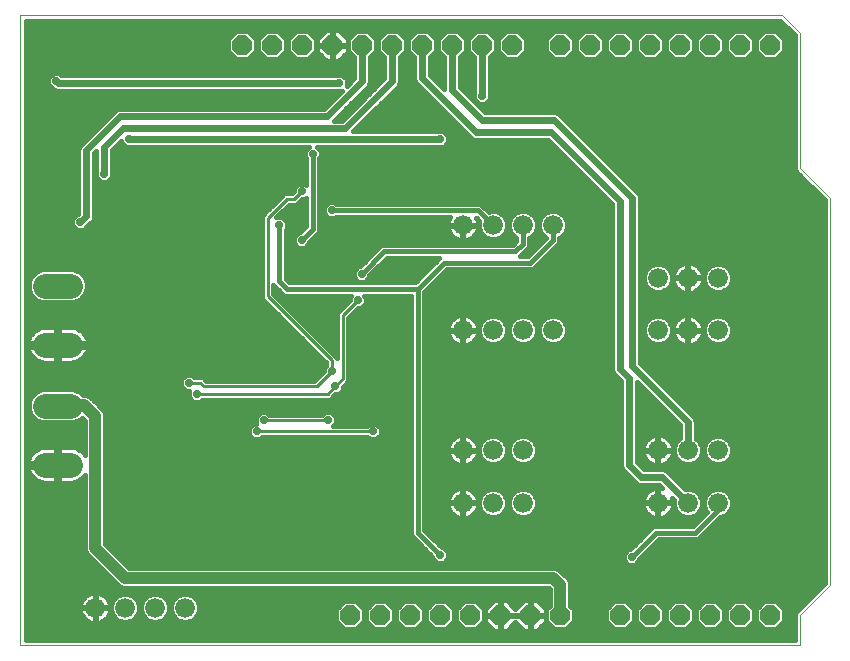
<source format=gbl>
G75*
%MOIN*%
%OFA0B0*%
%FSLAX25Y25*%
%IPPOS*%
%LPD*%
%AMOC8*
5,1,8,0,0,1.08239X$1,22.5*
%
%ADD10C,0.00000*%
%ADD11C,0.06600*%
%ADD12OC8,0.06600*%
%ADD13C,0.08268*%
%ADD14C,0.01600*%
%ADD15OC8,0.02420*%
%ADD16C,0.01000*%
%ADD17C,0.02400*%
%ADD18C,0.04000*%
D10*
X0049300Y0076800D02*
X0049300Y0286800D01*
X0303300Y0286800D01*
X0309300Y0280800D01*
X0309300Y0235800D01*
X0319300Y0225800D01*
X0319300Y0096800D01*
X0309300Y0086800D01*
X0309300Y0076800D01*
X0049300Y0076800D01*
D11*
X0074300Y0089300D03*
X0084300Y0089300D03*
X0094300Y0089300D03*
X0104300Y0089300D03*
X0196800Y0124300D03*
X0206800Y0124300D03*
X0216800Y0124300D03*
X0216800Y0141800D03*
X0206800Y0141800D03*
X0196800Y0141800D03*
X0196800Y0181800D03*
X0206800Y0181800D03*
X0216800Y0181800D03*
X0226800Y0181800D03*
X0261800Y0181800D03*
X0271800Y0181800D03*
X0281800Y0181800D03*
X0281800Y0199300D03*
X0271800Y0199300D03*
X0261800Y0199300D03*
X0226800Y0216800D03*
X0216800Y0216800D03*
X0206800Y0216800D03*
X0196800Y0216800D03*
X0261800Y0141800D03*
X0271800Y0141800D03*
X0281800Y0141800D03*
X0281800Y0124300D03*
X0271800Y0124300D03*
X0261800Y0124300D03*
D12*
X0259300Y0086800D03*
X0269300Y0086800D03*
X0279300Y0086800D03*
X0289300Y0086800D03*
X0299300Y0086800D03*
X0249300Y0086800D03*
X0229300Y0086800D03*
X0219300Y0086800D03*
X0209300Y0086800D03*
X0199300Y0086800D03*
X0189300Y0086800D03*
X0179300Y0086800D03*
X0169300Y0086800D03*
X0159300Y0086800D03*
X0163300Y0276800D03*
X0173300Y0276800D03*
X0183300Y0276800D03*
X0193300Y0276800D03*
X0203300Y0276800D03*
X0213300Y0276800D03*
X0229300Y0276800D03*
X0239300Y0276800D03*
X0249300Y0276800D03*
X0259300Y0276800D03*
X0269300Y0276800D03*
X0279300Y0276800D03*
X0289300Y0276800D03*
X0299300Y0276800D03*
X0153300Y0276800D03*
X0143300Y0276800D03*
X0133300Y0276800D03*
X0123300Y0276800D03*
D13*
X0065934Y0196643D02*
X0057666Y0196643D01*
X0057666Y0176957D02*
X0065934Y0176957D01*
X0065934Y0156643D02*
X0057666Y0156643D01*
X0057666Y0136957D02*
X0065934Y0136957D01*
D14*
X0062378Y0136379D02*
X0062378Y0131024D01*
X0066401Y0131024D01*
X0067323Y0131170D01*
X0068212Y0131458D01*
X0069044Y0131882D01*
X0069799Y0132431D01*
X0070460Y0133092D01*
X0070900Y0133698D01*
X0070900Y0108624D01*
X0071418Y0107374D01*
X0072374Y0106418D01*
X0082374Y0096418D01*
X0083624Y0095900D01*
X0225392Y0095900D01*
X0225900Y0095392D01*
X0225900Y0090047D01*
X0224600Y0088747D01*
X0224600Y0084853D01*
X0227353Y0082100D01*
X0231247Y0082100D01*
X0234000Y0084853D01*
X0234000Y0088747D01*
X0232700Y0090047D01*
X0232700Y0097476D01*
X0232182Y0098726D01*
X0229682Y0101226D01*
X0228726Y0102182D01*
X0227476Y0102700D01*
X0085708Y0102700D01*
X0077700Y0110708D01*
X0077700Y0153726D01*
X0077182Y0154976D01*
X0073432Y0158726D01*
X0072476Y0159682D01*
X0071226Y0160200D01*
X0070202Y0160200D01*
X0069069Y0161334D01*
X0067035Y0162176D01*
X0056565Y0162176D01*
X0054531Y0161334D01*
X0052975Y0159777D01*
X0052132Y0157743D01*
X0052132Y0155542D01*
X0052975Y0153508D01*
X0054531Y0151951D01*
X0056565Y0151109D01*
X0067035Y0151109D01*
X0069069Y0151951D01*
X0069830Y0152712D01*
X0070900Y0151642D01*
X0070900Y0140217D01*
X0070460Y0140823D01*
X0069799Y0141484D01*
X0069044Y0142033D01*
X0068212Y0142457D01*
X0067323Y0142745D01*
X0066401Y0142891D01*
X0062378Y0142891D01*
X0062378Y0137536D01*
X0061222Y0137536D01*
X0061222Y0142891D01*
X0057199Y0142891D01*
X0056277Y0142745D01*
X0055388Y0142457D01*
X0054556Y0142033D01*
X0053800Y0141484D01*
X0053140Y0140823D01*
X0052591Y0140067D01*
X0052167Y0139235D01*
X0051878Y0138347D01*
X0051750Y0137535D01*
X0061222Y0137535D01*
X0061222Y0136380D01*
X0051750Y0136380D01*
X0051878Y0135568D01*
X0052167Y0134680D01*
X0052591Y0133847D01*
X0053140Y0133092D01*
X0053800Y0132431D01*
X0054556Y0131882D01*
X0055388Y0131458D01*
X0056277Y0131170D01*
X0057199Y0131024D01*
X0061222Y0131024D01*
X0061222Y0136379D01*
X0062378Y0136379D01*
X0062378Y0135945D02*
X0061222Y0135945D01*
X0061222Y0137543D02*
X0062378Y0137543D01*
X0062378Y0139142D02*
X0061222Y0139142D01*
X0061222Y0140740D02*
X0062378Y0140740D01*
X0062378Y0142339D02*
X0061222Y0142339D01*
X0055157Y0142339D02*
X0051100Y0142339D01*
X0051100Y0143937D02*
X0070900Y0143937D01*
X0070900Y0142339D02*
X0068443Y0142339D01*
X0070520Y0140740D02*
X0070900Y0140740D01*
X0070900Y0145536D02*
X0051100Y0145536D01*
X0051100Y0147134D02*
X0070900Y0147134D01*
X0070900Y0148733D02*
X0051100Y0148733D01*
X0051100Y0150332D02*
X0070900Y0150332D01*
X0070612Y0151930D02*
X0069018Y0151930D01*
X0073834Y0158324D02*
X0106584Y0158324D01*
X0106969Y0157940D02*
X0105440Y0159469D01*
X0105440Y0161631D01*
X0105498Y0161690D01*
X0104469Y0161690D01*
X0102940Y0163219D01*
X0102940Y0165381D01*
X0104469Y0166910D01*
X0106631Y0166910D01*
X0107341Y0166200D01*
X0110087Y0166200D01*
X0111337Y0164950D01*
X0147263Y0164950D01*
X0150440Y0168127D01*
X0150440Y0169131D01*
X0151150Y0169841D01*
X0151150Y0171013D01*
X0131013Y0191150D01*
X0129900Y0192263D01*
X0129900Y0220087D01*
X0136150Y0226337D01*
X0137263Y0227450D01*
X0139763Y0227450D01*
X0140440Y0228127D01*
X0140440Y0229131D01*
X0141969Y0230660D01*
X0144131Y0230660D01*
X0144600Y0230191D01*
X0144600Y0239059D01*
X0144190Y0239469D01*
X0144190Y0241631D01*
X0145509Y0242950D01*
X0086641Y0242950D01*
X0086631Y0242940D01*
X0084469Y0242940D01*
X0082940Y0244469D01*
X0082940Y0244763D01*
X0079900Y0241723D01*
X0079900Y0234891D01*
X0079910Y0234881D01*
X0079910Y0232719D01*
X0078381Y0231190D01*
X0076219Y0231190D01*
X0074690Y0232719D01*
X0074690Y0234881D01*
X0074700Y0234891D01*
X0074700Y0241523D01*
X0073900Y0240723D01*
X0073900Y0219283D01*
X0073504Y0218327D01*
X0071910Y0216733D01*
X0071910Y0216719D01*
X0070381Y0215190D01*
X0068219Y0215190D01*
X0066690Y0216719D01*
X0066690Y0218881D01*
X0068219Y0220410D01*
X0068233Y0220410D01*
X0068700Y0220877D01*
X0068700Y0242317D01*
X0069096Y0243273D01*
X0069827Y0244004D01*
X0081077Y0255254D01*
X0082033Y0255650D01*
X0150473Y0255650D01*
X0156513Y0261690D01*
X0154469Y0261690D01*
X0154459Y0261700D01*
X0061283Y0261700D01*
X0060327Y0262096D01*
X0060233Y0262190D01*
X0060219Y0262190D01*
X0058690Y0263719D01*
X0058690Y0265881D01*
X0060219Y0267410D01*
X0062381Y0267410D01*
X0062891Y0266900D01*
X0154459Y0266900D01*
X0154469Y0266910D01*
X0156631Y0266910D01*
X0158160Y0265381D01*
X0158160Y0263337D01*
X0160700Y0265877D01*
X0160700Y0272753D01*
X0158600Y0274853D01*
X0158600Y0278747D01*
X0161353Y0281500D01*
X0165247Y0281500D01*
X0168000Y0278747D01*
X0168000Y0274853D01*
X0165900Y0272753D01*
X0165900Y0264283D01*
X0165504Y0263327D01*
X0153827Y0251650D01*
X0156473Y0251650D01*
X0170700Y0265877D01*
X0170700Y0272753D01*
X0168600Y0274853D01*
X0168600Y0278747D01*
X0171353Y0281500D01*
X0175247Y0281500D01*
X0178000Y0278747D01*
X0178000Y0274853D01*
X0175900Y0272753D01*
X0175900Y0264283D01*
X0175504Y0263327D01*
X0160327Y0248150D01*
X0188209Y0248150D01*
X0188219Y0248160D01*
X0190381Y0248160D01*
X0191910Y0246631D01*
X0191910Y0244469D01*
X0190381Y0242940D01*
X0188219Y0242940D01*
X0188209Y0242950D01*
X0148091Y0242950D01*
X0149410Y0241631D01*
X0149410Y0239469D01*
X0149000Y0239059D01*
X0149000Y0214639D01*
X0145660Y0211299D01*
X0145660Y0210719D01*
X0144131Y0209190D01*
X0141969Y0209190D01*
X0140440Y0210719D01*
X0140440Y0212881D01*
X0141969Y0214410D01*
X0142549Y0214410D01*
X0144600Y0216461D01*
X0144600Y0225909D01*
X0144131Y0225440D01*
X0143127Y0225440D01*
X0141337Y0223650D01*
X0138837Y0223650D01*
X0134597Y0219410D01*
X0136631Y0219410D01*
X0138160Y0217881D01*
X0138160Y0215719D01*
X0137750Y0215309D01*
X0137750Y0198961D01*
X0138961Y0197750D01*
X0180889Y0197750D01*
X0188989Y0205850D01*
X0171461Y0205850D01*
X0165660Y0200049D01*
X0165660Y0199469D01*
X0164131Y0197940D01*
X0161969Y0197940D01*
X0160440Y0199469D01*
X0160440Y0201631D01*
X0161969Y0203160D01*
X0162549Y0203160D01*
X0169639Y0210250D01*
X0213389Y0210250D01*
X0214600Y0211461D01*
X0214600Y0212624D01*
X0214138Y0212816D01*
X0212816Y0214138D01*
X0212100Y0215865D01*
X0212100Y0217735D01*
X0212816Y0219462D01*
X0214138Y0220784D01*
X0215865Y0221500D01*
X0217735Y0221500D01*
X0219462Y0220784D01*
X0220784Y0219462D01*
X0221500Y0217735D01*
X0221500Y0215865D01*
X0220784Y0214138D01*
X0219462Y0212816D01*
X0219000Y0212624D01*
X0219000Y0209639D01*
X0216500Y0207139D01*
X0215861Y0206500D01*
X0218389Y0206500D01*
X0224538Y0212650D01*
X0224138Y0212816D01*
X0222816Y0214138D01*
X0222100Y0215865D01*
X0222100Y0217735D01*
X0222816Y0219462D01*
X0224138Y0220784D01*
X0225865Y0221500D01*
X0227735Y0221500D01*
X0229462Y0220784D01*
X0230784Y0219462D01*
X0231500Y0217735D01*
X0231500Y0215865D01*
X0230784Y0214138D01*
X0229462Y0212816D01*
X0229000Y0212624D01*
X0229000Y0210889D01*
X0221500Y0203389D01*
X0220211Y0202100D01*
X0191461Y0202100D01*
X0184000Y0194639D01*
X0184000Y0115211D01*
X0189801Y0109410D01*
X0190381Y0109410D01*
X0191910Y0107881D01*
X0191910Y0105719D01*
X0190381Y0104190D01*
X0188219Y0104190D01*
X0186690Y0105719D01*
X0186690Y0106299D01*
X0179600Y0113389D01*
X0179600Y0193350D01*
X0163941Y0193350D01*
X0164410Y0192881D01*
X0164410Y0190719D01*
X0162881Y0189190D01*
X0161877Y0189190D01*
X0158700Y0186013D01*
X0158700Y0164763D01*
X0157587Y0163650D01*
X0156910Y0162973D01*
X0156910Y0161969D01*
X0155381Y0160440D01*
X0154377Y0160440D01*
X0152587Y0158650D01*
X0109841Y0158650D01*
X0109131Y0157940D01*
X0106969Y0157940D01*
X0105440Y0159923D02*
X0071896Y0159923D01*
X0068617Y0161521D02*
X0105440Y0161521D01*
X0103039Y0163120D02*
X0051100Y0163120D01*
X0051100Y0164718D02*
X0102940Y0164718D01*
X0103875Y0166317D02*
X0051100Y0166317D01*
X0051100Y0167915D02*
X0150228Y0167915D01*
X0150822Y0169514D02*
X0051100Y0169514D01*
X0051100Y0171112D02*
X0056640Y0171112D01*
X0056277Y0171170D02*
X0057199Y0171024D01*
X0061222Y0171024D01*
X0061222Y0176379D01*
X0062378Y0176379D01*
X0062378Y0171024D01*
X0066401Y0171024D01*
X0067323Y0171170D01*
X0068212Y0171458D01*
X0069044Y0171882D01*
X0069799Y0172431D01*
X0070460Y0173092D01*
X0071009Y0173847D01*
X0071433Y0174680D01*
X0071722Y0175568D01*
X0071850Y0176380D01*
X0062378Y0176380D01*
X0062378Y0177535D01*
X0071850Y0177535D01*
X0071722Y0178347D01*
X0071433Y0179235D01*
X0071009Y0180067D01*
X0070460Y0180823D01*
X0069799Y0181484D01*
X0069044Y0182033D01*
X0068212Y0182457D01*
X0067323Y0182745D01*
X0066401Y0182891D01*
X0062378Y0182891D01*
X0062378Y0177536D01*
X0061222Y0177536D01*
X0061222Y0182891D01*
X0057199Y0182891D01*
X0056277Y0182745D01*
X0055388Y0182457D01*
X0054556Y0182033D01*
X0053800Y0181484D01*
X0053140Y0180823D01*
X0052591Y0180067D01*
X0052167Y0179235D01*
X0051878Y0178347D01*
X0051750Y0177535D01*
X0061222Y0177535D01*
X0061222Y0176380D01*
X0051750Y0176380D01*
X0051878Y0175568D01*
X0052167Y0174680D01*
X0052591Y0173847D01*
X0053140Y0173092D01*
X0053800Y0172431D01*
X0054556Y0171882D01*
X0055388Y0171458D01*
X0056277Y0171170D01*
X0053521Y0172711D02*
X0051100Y0172711D01*
X0051100Y0174309D02*
X0052356Y0174309D01*
X0051825Y0175908D02*
X0051100Y0175908D01*
X0051100Y0177506D02*
X0061222Y0177506D01*
X0062378Y0177506D02*
X0144657Y0177506D01*
X0146255Y0175908D02*
X0071775Y0175908D01*
X0071244Y0174309D02*
X0147854Y0174309D01*
X0149452Y0172711D02*
X0070079Y0172711D01*
X0066960Y0171112D02*
X0151051Y0171112D01*
X0153228Y0174309D02*
X0154900Y0174309D01*
X0154900Y0172711D02*
X0154826Y0172711D01*
X0154900Y0172637D02*
X0133700Y0193837D01*
X0133700Y0196789D01*
X0137139Y0193350D01*
X0159659Y0193350D01*
X0159190Y0192881D01*
X0159190Y0191877D01*
X0154900Y0187587D01*
X0154900Y0172637D01*
X0154900Y0175908D02*
X0151629Y0175908D01*
X0150031Y0177506D02*
X0154900Y0177506D01*
X0154900Y0179105D02*
X0148432Y0179105D01*
X0146834Y0180703D02*
X0154900Y0180703D01*
X0154900Y0182302D02*
X0145235Y0182302D01*
X0143637Y0183900D02*
X0154900Y0183900D01*
X0154900Y0185499D02*
X0142038Y0185499D01*
X0140440Y0187097D02*
X0154900Y0187097D01*
X0156009Y0188696D02*
X0138841Y0188696D01*
X0137243Y0190294D02*
X0157607Y0190294D01*
X0159190Y0191893D02*
X0135644Y0191893D01*
X0136997Y0193491D02*
X0134046Y0193491D01*
X0133700Y0195090D02*
X0135399Y0195090D01*
X0133800Y0196688D02*
X0133700Y0196688D01*
X0135550Y0198050D02*
X0138050Y0195550D01*
X0181800Y0195550D01*
X0181800Y0114300D01*
X0189300Y0106800D01*
X0191021Y0108770D02*
X0251954Y0108770D01*
X0251969Y0108785D02*
X0250440Y0107256D01*
X0250440Y0105094D01*
X0251969Y0103565D01*
X0254131Y0103565D01*
X0255660Y0105094D01*
X0255660Y0105674D01*
X0262086Y0112100D01*
X0275211Y0112100D01*
X0276500Y0113389D01*
X0282711Y0119600D01*
X0282735Y0119600D01*
X0284462Y0120316D01*
X0285784Y0121638D01*
X0286500Y0123365D01*
X0286500Y0125235D01*
X0285784Y0126962D01*
X0284462Y0128284D01*
X0282735Y0129000D01*
X0280865Y0129000D01*
X0279138Y0128284D01*
X0277816Y0126962D01*
X0277100Y0125235D01*
X0277100Y0123365D01*
X0277816Y0121638D01*
X0278171Y0121282D01*
X0273389Y0116500D01*
X0260264Y0116500D01*
X0252549Y0108785D01*
X0251969Y0108785D01*
X0250440Y0107172D02*
X0191910Y0107172D01*
X0191765Y0105573D02*
X0250440Y0105573D01*
X0251559Y0103975D02*
X0084434Y0103975D01*
X0082835Y0105573D02*
X0186835Y0105573D01*
X0185817Y0107172D02*
X0081237Y0107172D01*
X0079638Y0108770D02*
X0184218Y0108770D01*
X0182620Y0110369D02*
X0078040Y0110369D01*
X0077700Y0111967D02*
X0181021Y0111967D01*
X0179600Y0113566D02*
X0077700Y0113566D01*
X0077700Y0115164D02*
X0179600Y0115164D01*
X0179600Y0116763D02*
X0077700Y0116763D01*
X0077700Y0118361D02*
X0179600Y0118361D01*
X0179600Y0119960D02*
X0077700Y0119960D01*
X0077700Y0121558D02*
X0179600Y0121558D01*
X0179600Y0123157D02*
X0077700Y0123157D01*
X0077700Y0124755D02*
X0179600Y0124755D01*
X0179600Y0126354D02*
X0077700Y0126354D01*
X0077700Y0127952D02*
X0179600Y0127952D01*
X0179600Y0129551D02*
X0077700Y0129551D01*
X0077700Y0131149D02*
X0179600Y0131149D01*
X0179600Y0132748D02*
X0077700Y0132748D01*
X0077700Y0134346D02*
X0179600Y0134346D01*
X0179600Y0135945D02*
X0077700Y0135945D01*
X0077700Y0137543D02*
X0179600Y0137543D01*
X0179600Y0139142D02*
X0077700Y0139142D01*
X0077700Y0140740D02*
X0179600Y0140740D01*
X0179600Y0142339D02*
X0077700Y0142339D01*
X0077700Y0143937D02*
X0179600Y0143937D01*
X0179600Y0145536D02*
X0167977Y0145536D01*
X0167881Y0145440D02*
X0169410Y0146969D01*
X0169410Y0149131D01*
X0167881Y0150660D01*
X0165719Y0150660D01*
X0165009Y0149950D01*
X0153641Y0149950D01*
X0154410Y0150719D01*
X0154410Y0152881D01*
X0152881Y0154410D01*
X0150719Y0154410D01*
X0150009Y0153700D01*
X0132341Y0153700D01*
X0131631Y0154410D01*
X0129469Y0154410D01*
X0127940Y0152881D01*
X0127940Y0150719D01*
X0127998Y0150660D01*
X0126969Y0150660D01*
X0125440Y0149131D01*
X0125440Y0146969D01*
X0126969Y0145440D01*
X0129131Y0145440D01*
X0129841Y0146150D01*
X0165009Y0146150D01*
X0165719Y0145440D01*
X0167881Y0145440D01*
X0165623Y0145536D02*
X0129227Y0145536D01*
X0126873Y0145536D02*
X0077700Y0145536D01*
X0077700Y0147134D02*
X0125440Y0147134D01*
X0125440Y0148733D02*
X0077700Y0148733D01*
X0077700Y0150332D02*
X0126640Y0150332D01*
X0127940Y0151930D02*
X0077700Y0151930D01*
X0077700Y0153529D02*
X0128587Y0153529D01*
X0109516Y0158324D02*
X0179600Y0158324D01*
X0179600Y0156726D02*
X0075433Y0156726D01*
X0077031Y0155127D02*
X0179600Y0155127D01*
X0179600Y0153529D02*
X0153763Y0153529D01*
X0154410Y0151930D02*
X0179600Y0151930D01*
X0179600Y0150332D02*
X0168210Y0150332D01*
X0169410Y0148733D02*
X0179600Y0148733D01*
X0179600Y0147134D02*
X0169410Y0147134D01*
X0165390Y0150332D02*
X0154023Y0150332D01*
X0153860Y0159923D02*
X0179600Y0159923D01*
X0179600Y0161521D02*
X0156463Y0161521D01*
X0157057Y0163120D02*
X0179600Y0163120D01*
X0179600Y0164718D02*
X0158655Y0164718D01*
X0158700Y0166317D02*
X0179600Y0166317D01*
X0179600Y0167915D02*
X0158700Y0167915D01*
X0158700Y0169514D02*
X0179600Y0169514D01*
X0179600Y0171112D02*
X0158700Y0171112D01*
X0158700Y0172711D02*
X0179600Y0172711D01*
X0179600Y0174309D02*
X0158700Y0174309D01*
X0158700Y0175908D02*
X0179600Y0175908D01*
X0179600Y0177506D02*
X0158700Y0177506D01*
X0158700Y0179105D02*
X0179600Y0179105D01*
X0179600Y0180703D02*
X0158700Y0180703D01*
X0158700Y0182302D02*
X0179600Y0182302D01*
X0179600Y0183900D02*
X0158700Y0183900D01*
X0158700Y0185499D02*
X0179600Y0185499D01*
X0179600Y0187097D02*
X0159784Y0187097D01*
X0161383Y0188696D02*
X0179600Y0188696D01*
X0179600Y0190294D02*
X0163986Y0190294D01*
X0164410Y0191893D02*
X0179600Y0191893D01*
X0181800Y0195550D02*
X0190550Y0204300D01*
X0219300Y0204300D01*
X0226800Y0211800D01*
X0226800Y0216800D01*
X0222652Y0219068D02*
X0220948Y0219068D01*
X0221500Y0217469D02*
X0222100Y0217469D01*
X0222100Y0215870D02*
X0221500Y0215870D01*
X0220840Y0214272D02*
X0222760Y0214272D01*
X0224481Y0212673D02*
X0219119Y0212673D01*
X0219000Y0211075D02*
X0222964Y0211075D01*
X0221365Y0209476D02*
X0218838Y0209476D01*
X0219767Y0207878D02*
X0217239Y0207878D01*
X0216800Y0210550D02*
X0214300Y0208050D01*
X0170550Y0208050D01*
X0163050Y0200550D01*
X0164478Y0198287D02*
X0181426Y0198287D01*
X0183024Y0199885D02*
X0165660Y0199885D01*
X0167095Y0201484D02*
X0184623Y0201484D01*
X0186221Y0203082D02*
X0168694Y0203082D01*
X0170292Y0204681D02*
X0187820Y0204681D01*
X0190845Y0201484D02*
X0246700Y0201484D01*
X0246700Y0203082D02*
X0221194Y0203082D01*
X0222792Y0204681D02*
X0246700Y0204681D01*
X0246700Y0206279D02*
X0224391Y0206279D01*
X0225989Y0207878D02*
X0246700Y0207878D01*
X0246700Y0209476D02*
X0227588Y0209476D01*
X0229000Y0211075D02*
X0246700Y0211075D01*
X0246700Y0212673D02*
X0229119Y0212673D01*
X0230840Y0214272D02*
X0246700Y0214272D01*
X0246700Y0215870D02*
X0231500Y0215870D01*
X0231500Y0217469D02*
X0246700Y0217469D01*
X0246700Y0219068D02*
X0230948Y0219068D01*
X0229581Y0220666D02*
X0246700Y0220666D01*
X0246700Y0222265D02*
X0204447Y0222265D01*
X0205403Y0221308D02*
X0202711Y0224000D01*
X0154541Y0224000D01*
X0154131Y0224410D01*
X0151969Y0224410D01*
X0150440Y0222881D01*
X0150440Y0220719D01*
X0151969Y0219190D01*
X0154131Y0219190D01*
X0154541Y0219600D01*
X0192530Y0219600D01*
X0192438Y0219473D01*
X0192074Y0218758D01*
X0191826Y0217994D01*
X0191700Y0217201D01*
X0191700Y0216984D01*
X0196616Y0216984D01*
X0196616Y0216616D01*
X0196984Y0216616D01*
X0196984Y0211700D01*
X0197201Y0211700D01*
X0197994Y0211826D01*
X0198758Y0212074D01*
X0199473Y0212438D01*
X0200122Y0212910D01*
X0200690Y0213478D01*
X0201162Y0214127D01*
X0201526Y0214842D01*
X0201774Y0215606D01*
X0201900Y0216399D01*
X0201900Y0216616D01*
X0196984Y0216616D01*
X0196984Y0216984D01*
X0201900Y0216984D01*
X0201900Y0217201D01*
X0201774Y0217994D01*
X0201526Y0218758D01*
X0201314Y0219175D01*
X0202292Y0218197D01*
X0202100Y0217735D01*
X0202100Y0215865D01*
X0202816Y0214138D01*
X0204138Y0212816D01*
X0205865Y0212100D01*
X0207735Y0212100D01*
X0209462Y0212816D01*
X0210784Y0214138D01*
X0211500Y0215865D01*
X0211500Y0217735D01*
X0210784Y0219462D01*
X0209462Y0220784D01*
X0207735Y0221500D01*
X0205865Y0221500D01*
X0205403Y0221308D01*
X0202848Y0223863D02*
X0246560Y0223863D01*
X0246700Y0223723D02*
X0246700Y0168283D01*
X0247096Y0167327D01*
X0249700Y0164723D01*
X0249700Y0136283D01*
X0250096Y0135327D01*
X0254096Y0131327D01*
X0254827Y0130596D01*
X0255783Y0130200D01*
X0262223Y0130200D01*
X0263223Y0129200D01*
X0262994Y0129274D01*
X0262201Y0129400D01*
X0261984Y0129400D01*
X0261984Y0124484D01*
X0266900Y0124484D01*
X0266900Y0124701D01*
X0266774Y0125494D01*
X0266700Y0125723D01*
X0267126Y0125297D01*
X0267100Y0125235D01*
X0267100Y0123365D01*
X0267816Y0121638D01*
X0269138Y0120316D01*
X0270865Y0119600D01*
X0272735Y0119600D01*
X0274462Y0120316D01*
X0275784Y0121638D01*
X0276500Y0123365D01*
X0276500Y0125235D01*
X0275784Y0126962D01*
X0274462Y0128284D01*
X0272735Y0129000D01*
X0270865Y0129000D01*
X0270803Y0128974D01*
X0264773Y0135004D01*
X0263817Y0135400D01*
X0257377Y0135400D01*
X0254900Y0137877D01*
X0254900Y0164523D01*
X0269200Y0150223D01*
X0269200Y0145810D01*
X0269138Y0145784D01*
X0267816Y0144462D01*
X0267100Y0142735D01*
X0267100Y0140865D01*
X0267816Y0139138D01*
X0269138Y0137816D01*
X0270865Y0137100D01*
X0272735Y0137100D01*
X0274462Y0137816D01*
X0275784Y0139138D01*
X0276500Y0140865D01*
X0276500Y0142735D01*
X0275784Y0144462D01*
X0274462Y0145784D01*
X0274400Y0145810D01*
X0274400Y0151817D01*
X0274004Y0152773D01*
X0273273Y0153504D01*
X0255900Y0170877D01*
X0255900Y0226317D01*
X0255504Y0227273D01*
X0254773Y0228004D01*
X0254773Y0228004D01*
X0228773Y0254004D01*
X0227817Y0254400D01*
X0204377Y0254400D01*
X0195900Y0262877D01*
X0195900Y0272753D01*
X0198000Y0274853D01*
X0198000Y0278747D01*
X0195247Y0281500D01*
X0191353Y0281500D01*
X0188600Y0278747D01*
X0188600Y0274853D01*
X0190700Y0272753D01*
X0190700Y0262077D01*
X0185900Y0266877D01*
X0185900Y0272753D01*
X0188000Y0274853D01*
X0188000Y0278747D01*
X0185247Y0281500D01*
X0181353Y0281500D01*
X0178600Y0278747D01*
X0178600Y0274853D01*
X0180700Y0272753D01*
X0180700Y0265283D01*
X0181096Y0264327D01*
X0199096Y0246327D01*
X0199827Y0245596D01*
X0200783Y0245200D01*
X0225223Y0245200D01*
X0246700Y0223723D01*
X0244961Y0225462D02*
X0149000Y0225462D01*
X0149000Y0227060D02*
X0243363Y0227060D01*
X0241764Y0228659D02*
X0149000Y0228659D01*
X0149000Y0230257D02*
X0240166Y0230257D01*
X0238567Y0231856D02*
X0149000Y0231856D01*
X0149000Y0233454D02*
X0236969Y0233454D01*
X0235370Y0235053D02*
X0149000Y0235053D01*
X0149000Y0236651D02*
X0233772Y0236651D01*
X0232173Y0238250D02*
X0149000Y0238250D01*
X0149410Y0239848D02*
X0230575Y0239848D01*
X0228976Y0241447D02*
X0149410Y0241447D01*
X0146800Y0240550D02*
X0146800Y0215550D01*
X0143050Y0211800D01*
X0144418Y0209476D02*
X0168865Y0209476D01*
X0167267Y0207878D02*
X0137750Y0207878D01*
X0137750Y0209476D02*
X0141682Y0209476D01*
X0140440Y0211075D02*
X0137750Y0211075D01*
X0137750Y0212673D02*
X0140440Y0212673D01*
X0141831Y0214272D02*
X0137750Y0214272D01*
X0138160Y0215870D02*
X0144009Y0215870D01*
X0144600Y0217469D02*
X0138160Y0217469D01*
X0136974Y0219068D02*
X0144600Y0219068D01*
X0144600Y0220666D02*
X0135853Y0220666D01*
X0137452Y0222265D02*
X0144600Y0222265D01*
X0144600Y0223863D02*
X0141550Y0223863D01*
X0144153Y0225462D02*
X0144600Y0225462D01*
X0149000Y0223863D02*
X0151422Y0223863D01*
X0150440Y0222265D02*
X0149000Y0222265D01*
X0149000Y0220666D02*
X0150493Y0220666D01*
X0149000Y0219068D02*
X0192231Y0219068D01*
X0191742Y0217469D02*
X0149000Y0217469D01*
X0149000Y0215870D02*
X0191784Y0215870D01*
X0191826Y0215606D02*
X0192074Y0214842D01*
X0192438Y0214127D01*
X0192910Y0213478D01*
X0193478Y0212910D01*
X0194127Y0212438D01*
X0194842Y0212074D01*
X0195606Y0211826D01*
X0196399Y0211700D01*
X0196616Y0211700D01*
X0196616Y0216616D01*
X0191700Y0216616D01*
X0191700Y0216399D01*
X0191826Y0215606D01*
X0192364Y0214272D02*
X0148633Y0214272D01*
X0147035Y0212673D02*
X0193803Y0212673D01*
X0196616Y0212673D02*
X0196984Y0212673D01*
X0196984Y0214272D02*
X0196616Y0214272D01*
X0196616Y0215870D02*
X0196984Y0215870D01*
X0199797Y0212673D02*
X0204481Y0212673D01*
X0202760Y0214272D02*
X0201236Y0214272D01*
X0201816Y0215870D02*
X0202100Y0215870D01*
X0202100Y0217469D02*
X0201858Y0217469D01*
X0201421Y0219068D02*
X0201368Y0219068D01*
X0201800Y0221800D02*
X0206800Y0216800D01*
X0210948Y0219068D02*
X0212652Y0219068D01*
X0212100Y0217469D02*
X0211500Y0217469D01*
X0211500Y0215870D02*
X0212100Y0215870D01*
X0212760Y0214272D02*
X0210840Y0214272D01*
X0209119Y0212673D02*
X0214481Y0212673D01*
X0214214Y0211075D02*
X0145660Y0211075D01*
X0137750Y0206279D02*
X0165668Y0206279D01*
X0164070Y0204681D02*
X0137750Y0204681D01*
X0137750Y0203082D02*
X0161891Y0203082D01*
X0160440Y0201484D02*
X0137750Y0201484D01*
X0137750Y0199885D02*
X0160440Y0199885D01*
X0161622Y0198287D02*
X0138424Y0198287D01*
X0135550Y0198050D02*
X0135550Y0216800D01*
X0129900Y0217469D02*
X0072646Y0217469D01*
X0073811Y0219068D02*
X0129900Y0219068D01*
X0130479Y0220666D02*
X0073900Y0220666D01*
X0073900Y0222265D02*
X0132078Y0222265D01*
X0133676Y0223863D02*
X0073900Y0223863D01*
X0073900Y0225462D02*
X0135275Y0225462D01*
X0136873Y0227060D02*
X0073900Y0227060D01*
X0073900Y0228659D02*
X0140440Y0228659D01*
X0141566Y0230257D02*
X0073900Y0230257D01*
X0073900Y0231856D02*
X0075553Y0231856D01*
X0074690Y0233454D02*
X0073900Y0233454D01*
X0073900Y0235053D02*
X0074700Y0235053D01*
X0074700Y0236651D02*
X0073900Y0236651D01*
X0073900Y0238250D02*
X0074700Y0238250D01*
X0074700Y0239848D02*
X0073900Y0239848D01*
X0074624Y0241447D02*
X0074700Y0241447D01*
X0070467Y0244644D02*
X0051100Y0244644D01*
X0051100Y0246242D02*
X0072065Y0246242D01*
X0073664Y0247841D02*
X0051100Y0247841D01*
X0051100Y0249439D02*
X0075262Y0249439D01*
X0076861Y0251038D02*
X0051100Y0251038D01*
X0051100Y0252636D02*
X0078459Y0252636D01*
X0080058Y0254235D02*
X0051100Y0254235D01*
X0051100Y0255833D02*
X0150656Y0255833D01*
X0152255Y0257432D02*
X0051100Y0257432D01*
X0051100Y0259030D02*
X0153853Y0259030D01*
X0155452Y0260629D02*
X0051100Y0260629D01*
X0051100Y0262227D02*
X0060181Y0262227D01*
X0058690Y0263826D02*
X0051100Y0263826D01*
X0051100Y0265424D02*
X0058690Y0265424D01*
X0059831Y0267023D02*
X0051100Y0267023D01*
X0051100Y0268621D02*
X0160700Y0268621D01*
X0160700Y0267023D02*
X0062769Y0267023D01*
X0051100Y0270220D02*
X0160700Y0270220D01*
X0160700Y0271818D02*
X0155531Y0271818D01*
X0155412Y0271700D02*
X0158400Y0274688D01*
X0158400Y0276616D01*
X0153484Y0276616D01*
X0153484Y0271700D01*
X0155412Y0271700D01*
X0153484Y0271818D02*
X0153116Y0271818D01*
X0153116Y0271700D02*
X0153116Y0276616D01*
X0153484Y0276616D01*
X0153484Y0276984D01*
X0158400Y0276984D01*
X0158400Y0278912D01*
X0155412Y0281900D01*
X0153484Y0281900D01*
X0153484Y0276984D01*
X0153116Y0276984D01*
X0153116Y0276616D01*
X0148200Y0276616D01*
X0148200Y0274688D01*
X0151188Y0271700D01*
X0153116Y0271700D01*
X0153116Y0273417D02*
X0153484Y0273417D01*
X0153484Y0275015D02*
X0153116Y0275015D01*
X0153116Y0276614D02*
X0153484Y0276614D01*
X0153116Y0276984D02*
X0148200Y0276984D01*
X0148200Y0278912D01*
X0151188Y0281900D01*
X0153116Y0281900D01*
X0153116Y0276984D01*
X0153116Y0278212D02*
X0153484Y0278212D01*
X0153484Y0279811D02*
X0153116Y0279811D01*
X0153116Y0281409D02*
X0153484Y0281409D01*
X0155903Y0281409D02*
X0161263Y0281409D01*
X0159664Y0279811D02*
X0157502Y0279811D01*
X0158400Y0278212D02*
X0158600Y0278212D01*
X0158600Y0276614D02*
X0158400Y0276614D01*
X0158400Y0275015D02*
X0158600Y0275015D01*
X0160036Y0273417D02*
X0157129Y0273417D01*
X0151069Y0271818D02*
X0051100Y0271818D01*
X0051100Y0273417D02*
X0120036Y0273417D01*
X0121353Y0272100D02*
X0125247Y0272100D01*
X0128000Y0274853D01*
X0128000Y0278747D01*
X0125247Y0281500D01*
X0121353Y0281500D01*
X0118600Y0278747D01*
X0118600Y0274853D01*
X0121353Y0272100D01*
X0118600Y0275015D02*
X0051100Y0275015D01*
X0051100Y0276614D02*
X0118600Y0276614D01*
X0118600Y0278212D02*
X0051100Y0278212D01*
X0051100Y0279811D02*
X0119664Y0279811D01*
X0121263Y0281409D02*
X0051100Y0281409D01*
X0051100Y0283008D02*
X0304546Y0283008D01*
X0302948Y0284606D02*
X0051100Y0284606D01*
X0051100Y0285000D02*
X0302554Y0285000D01*
X0307500Y0280054D01*
X0307500Y0235054D01*
X0308554Y0234000D01*
X0317500Y0225054D01*
X0317500Y0097546D01*
X0307500Y0087546D01*
X0307500Y0078600D01*
X0051100Y0078600D01*
X0051100Y0285000D01*
X0051100Y0243045D02*
X0069002Y0243045D01*
X0068700Y0241447D02*
X0051100Y0241447D01*
X0051100Y0239848D02*
X0068700Y0239848D01*
X0068700Y0238250D02*
X0051100Y0238250D01*
X0051100Y0236651D02*
X0068700Y0236651D01*
X0068700Y0235053D02*
X0051100Y0235053D01*
X0051100Y0233454D02*
X0068700Y0233454D01*
X0068700Y0231856D02*
X0051100Y0231856D01*
X0051100Y0230257D02*
X0068700Y0230257D01*
X0068700Y0228659D02*
X0051100Y0228659D01*
X0051100Y0227060D02*
X0068700Y0227060D01*
X0068700Y0225462D02*
X0051100Y0225462D01*
X0051100Y0223863D02*
X0068700Y0223863D01*
X0068700Y0222265D02*
X0051100Y0222265D01*
X0051100Y0220666D02*
X0068489Y0220666D01*
X0066876Y0219068D02*
X0051100Y0219068D01*
X0051100Y0217469D02*
X0066690Y0217469D01*
X0067538Y0215870D02*
X0051100Y0215870D01*
X0051100Y0214272D02*
X0129900Y0214272D01*
X0129900Y0215870D02*
X0071062Y0215870D01*
X0067035Y0202176D02*
X0056565Y0202176D01*
X0054531Y0201334D01*
X0052975Y0199777D01*
X0052132Y0197743D01*
X0052132Y0195542D01*
X0052975Y0193508D01*
X0054531Y0191951D01*
X0056565Y0191109D01*
X0067035Y0191109D01*
X0069069Y0191951D01*
X0070625Y0193508D01*
X0071468Y0195542D01*
X0071468Y0197743D01*
X0070625Y0199777D01*
X0069069Y0201334D01*
X0067035Y0202176D01*
X0068706Y0201484D02*
X0129900Y0201484D01*
X0129900Y0203082D02*
X0051100Y0203082D01*
X0051100Y0201484D02*
X0054894Y0201484D01*
X0053083Y0199885D02*
X0051100Y0199885D01*
X0051100Y0198287D02*
X0052357Y0198287D01*
X0052132Y0196688D02*
X0051100Y0196688D01*
X0051100Y0195090D02*
X0052319Y0195090D01*
X0052991Y0193491D02*
X0051100Y0193491D01*
X0051100Y0191893D02*
X0054672Y0191893D01*
X0051100Y0190294D02*
X0131869Y0190294D01*
X0133467Y0188696D02*
X0051100Y0188696D01*
X0051100Y0187097D02*
X0135066Y0187097D01*
X0136664Y0185499D02*
X0051100Y0185499D01*
X0051100Y0183900D02*
X0138263Y0183900D01*
X0139861Y0182302D02*
X0068516Y0182302D01*
X0070547Y0180703D02*
X0141460Y0180703D01*
X0143058Y0179105D02*
X0071475Y0179105D01*
X0062378Y0179105D02*
X0061222Y0179105D01*
X0061222Y0180703D02*
X0062378Y0180703D01*
X0062378Y0182302D02*
X0061222Y0182302D01*
X0061222Y0175908D02*
X0062378Y0175908D01*
X0062378Y0174309D02*
X0061222Y0174309D01*
X0061222Y0172711D02*
X0062378Y0172711D01*
X0062378Y0171112D02*
X0061222Y0171112D01*
X0054983Y0161521D02*
X0051100Y0161521D01*
X0051100Y0159923D02*
X0053120Y0159923D01*
X0052373Y0158324D02*
X0051100Y0158324D01*
X0051100Y0156726D02*
X0052132Y0156726D01*
X0052304Y0155127D02*
X0051100Y0155127D01*
X0051100Y0153529D02*
X0052966Y0153529D01*
X0054582Y0151930D02*
X0051100Y0151930D01*
X0051100Y0140740D02*
X0053080Y0140740D01*
X0052137Y0139142D02*
X0051100Y0139142D01*
X0051100Y0137543D02*
X0051751Y0137543D01*
X0051819Y0135945D02*
X0051100Y0135945D01*
X0051100Y0134346D02*
X0052337Y0134346D01*
X0053484Y0132748D02*
X0051100Y0132748D01*
X0051100Y0131149D02*
X0056405Y0131149D01*
X0061222Y0131149D02*
X0062378Y0131149D01*
X0062378Y0132748D02*
X0061222Y0132748D01*
X0061222Y0134346D02*
X0062378Y0134346D01*
X0067195Y0131149D02*
X0070900Y0131149D01*
X0070900Y0129551D02*
X0051100Y0129551D01*
X0051100Y0127952D02*
X0070900Y0127952D01*
X0070900Y0126354D02*
X0051100Y0126354D01*
X0051100Y0124755D02*
X0070900Y0124755D01*
X0070900Y0123157D02*
X0051100Y0123157D01*
X0051100Y0121558D02*
X0070900Y0121558D01*
X0070900Y0119960D02*
X0051100Y0119960D01*
X0051100Y0118361D02*
X0070900Y0118361D01*
X0070900Y0116763D02*
X0051100Y0116763D01*
X0051100Y0115164D02*
X0070900Y0115164D01*
X0070900Y0113566D02*
X0051100Y0113566D01*
X0051100Y0111967D02*
X0070900Y0111967D01*
X0070900Y0110369D02*
X0051100Y0110369D01*
X0051100Y0108770D02*
X0070900Y0108770D01*
X0071620Y0107172D02*
X0051100Y0107172D01*
X0051100Y0105573D02*
X0073218Y0105573D01*
X0074817Y0103975D02*
X0051100Y0103975D01*
X0051100Y0102376D02*
X0076415Y0102376D01*
X0078014Y0100778D02*
X0051100Y0100778D01*
X0051100Y0099179D02*
X0079613Y0099179D01*
X0081211Y0097581D02*
X0051100Y0097581D01*
X0051100Y0095982D02*
X0083425Y0095982D01*
X0083365Y0094000D02*
X0081638Y0093284D01*
X0080316Y0091962D01*
X0079600Y0090235D01*
X0079600Y0088365D01*
X0080316Y0086638D01*
X0081638Y0085316D01*
X0083365Y0084600D01*
X0085235Y0084600D01*
X0086962Y0085316D01*
X0088284Y0086638D01*
X0089000Y0088365D01*
X0089000Y0090235D01*
X0088284Y0091962D01*
X0086962Y0093284D01*
X0085235Y0094000D01*
X0083365Y0094000D01*
X0081138Y0092785D02*
X0078027Y0092785D01*
X0078190Y0092622D02*
X0077622Y0093190D01*
X0076973Y0093662D01*
X0076258Y0094026D01*
X0075494Y0094274D01*
X0074701Y0094400D01*
X0074484Y0094400D01*
X0074484Y0089484D01*
X0074116Y0089484D01*
X0074116Y0089116D01*
X0069200Y0089116D01*
X0069200Y0088899D01*
X0069326Y0088106D01*
X0069574Y0087342D01*
X0069938Y0086627D01*
X0070410Y0085978D01*
X0070978Y0085410D01*
X0071627Y0084938D01*
X0072342Y0084574D01*
X0073106Y0084326D01*
X0073899Y0084200D01*
X0074116Y0084200D01*
X0074116Y0089116D01*
X0074484Y0089116D01*
X0074484Y0084200D01*
X0074701Y0084200D01*
X0075494Y0084326D01*
X0076258Y0084574D01*
X0076973Y0084938D01*
X0077622Y0085410D01*
X0078190Y0085978D01*
X0078662Y0086627D01*
X0079026Y0087342D01*
X0079274Y0088106D01*
X0079400Y0088899D01*
X0079400Y0089116D01*
X0074484Y0089116D01*
X0074484Y0089484D01*
X0079400Y0089484D01*
X0079400Y0089701D01*
X0079274Y0090494D01*
X0079026Y0091258D01*
X0078662Y0091973D01*
X0078190Y0092622D01*
X0079049Y0091187D02*
X0079994Y0091187D01*
X0079600Y0089588D02*
X0079400Y0089588D01*
X0079237Y0087990D02*
X0079756Y0087990D01*
X0080562Y0086391D02*
X0078490Y0086391D01*
X0076687Y0084793D02*
X0082900Y0084793D01*
X0085700Y0084793D02*
X0092900Y0084793D01*
X0093365Y0084600D02*
X0095235Y0084600D01*
X0096962Y0085316D01*
X0098284Y0086638D01*
X0099000Y0088365D01*
X0099000Y0090235D01*
X0098284Y0091962D01*
X0096962Y0093284D01*
X0095235Y0094000D01*
X0093365Y0094000D01*
X0091638Y0093284D01*
X0090316Y0091962D01*
X0089600Y0090235D01*
X0089600Y0088365D01*
X0090316Y0086638D01*
X0091638Y0085316D01*
X0093365Y0084600D01*
X0095700Y0084793D02*
X0102900Y0084793D01*
X0103365Y0084600D02*
X0101638Y0085316D01*
X0100316Y0086638D01*
X0099600Y0088365D01*
X0099600Y0090235D01*
X0100316Y0091962D01*
X0101638Y0093284D01*
X0103365Y0094000D01*
X0105235Y0094000D01*
X0106962Y0093284D01*
X0108284Y0091962D01*
X0109000Y0090235D01*
X0109000Y0088365D01*
X0108284Y0086638D01*
X0106962Y0085316D01*
X0105235Y0084600D01*
X0103365Y0084600D01*
X0105700Y0084793D02*
X0154661Y0084793D01*
X0154600Y0084853D02*
X0157353Y0082100D01*
X0161247Y0082100D01*
X0164000Y0084853D01*
X0164000Y0088747D01*
X0161247Y0091500D01*
X0157353Y0091500D01*
X0154600Y0088747D01*
X0154600Y0084853D01*
X0154600Y0086391D02*
X0108038Y0086391D01*
X0108844Y0087990D02*
X0154600Y0087990D01*
X0155441Y0089588D02*
X0109000Y0089588D01*
X0108606Y0091187D02*
X0157040Y0091187D01*
X0161560Y0091187D02*
X0167040Y0091187D01*
X0167353Y0091500D02*
X0164600Y0088747D01*
X0164600Y0084853D01*
X0167353Y0082100D01*
X0171247Y0082100D01*
X0174000Y0084853D01*
X0174000Y0088747D01*
X0171247Y0091500D01*
X0167353Y0091500D01*
X0165441Y0089588D02*
X0163159Y0089588D01*
X0164000Y0087990D02*
X0164600Y0087990D01*
X0164600Y0086391D02*
X0164000Y0086391D01*
X0163939Y0084793D02*
X0164661Y0084793D01*
X0166259Y0083194D02*
X0162341Y0083194D01*
X0156259Y0083194D02*
X0051100Y0083194D01*
X0051100Y0081596D02*
X0307500Y0081596D01*
X0307500Y0083194D02*
X0302341Y0083194D01*
X0301247Y0082100D02*
X0304000Y0084853D01*
X0304000Y0088747D01*
X0301247Y0091500D01*
X0297353Y0091500D01*
X0294600Y0088747D01*
X0294600Y0084853D01*
X0297353Y0082100D01*
X0301247Y0082100D01*
X0303939Y0084793D02*
X0307500Y0084793D01*
X0307500Y0086391D02*
X0304000Y0086391D01*
X0304000Y0087990D02*
X0307944Y0087990D01*
X0309543Y0089588D02*
X0303159Y0089588D01*
X0301560Y0091187D02*
X0311141Y0091187D01*
X0312740Y0092785D02*
X0232700Y0092785D01*
X0232700Y0091187D02*
X0247040Y0091187D01*
X0247353Y0091500D02*
X0244600Y0088747D01*
X0244600Y0084853D01*
X0247353Y0082100D01*
X0251247Y0082100D01*
X0254000Y0084853D01*
X0254000Y0088747D01*
X0251247Y0091500D01*
X0247353Y0091500D01*
X0245441Y0089588D02*
X0233159Y0089588D01*
X0234000Y0087990D02*
X0244600Y0087990D01*
X0244600Y0086391D02*
X0234000Y0086391D01*
X0233939Y0084793D02*
X0244661Y0084793D01*
X0246259Y0083194D02*
X0232341Y0083194D01*
X0226259Y0083194D02*
X0222907Y0083194D01*
X0224400Y0084688D02*
X0224400Y0086616D01*
X0219484Y0086616D01*
X0219484Y0081700D01*
X0221412Y0081700D01*
X0224400Y0084688D01*
X0224400Y0084793D02*
X0224661Y0084793D01*
X0224600Y0086391D02*
X0224400Y0086391D01*
X0224400Y0086984D02*
X0224400Y0088912D01*
X0221412Y0091900D01*
X0219484Y0091900D01*
X0219484Y0086984D01*
X0219116Y0086984D01*
X0219116Y0086616D01*
X0219484Y0086616D01*
X0219484Y0086984D01*
X0224400Y0086984D01*
X0224400Y0087990D02*
X0224600Y0087990D01*
X0225441Y0089588D02*
X0223724Y0089588D01*
X0222126Y0091187D02*
X0225900Y0091187D01*
X0225900Y0092785D02*
X0107462Y0092785D01*
X0101138Y0092785D02*
X0097462Y0092785D01*
X0098606Y0091187D02*
X0099994Y0091187D01*
X0099600Y0089588D02*
X0099000Y0089588D01*
X0098844Y0087990D02*
X0099756Y0087990D01*
X0100562Y0086391D02*
X0098038Y0086391D01*
X0090562Y0086391D02*
X0088038Y0086391D01*
X0088844Y0087990D02*
X0089756Y0087990D01*
X0089600Y0089588D02*
X0089000Y0089588D01*
X0088606Y0091187D02*
X0089994Y0091187D01*
X0091138Y0092785D02*
X0087462Y0092785D01*
X0074805Y0094384D02*
X0225900Y0094384D01*
X0232700Y0094384D02*
X0314338Y0094384D01*
X0315937Y0095982D02*
X0232700Y0095982D01*
X0232657Y0097581D02*
X0317500Y0097581D01*
X0317500Y0099179D02*
X0231729Y0099179D01*
X0230131Y0100778D02*
X0317500Y0100778D01*
X0317500Y0102376D02*
X0228258Y0102376D01*
X0219116Y0091900D02*
X0217188Y0091900D01*
X0214300Y0089012D01*
X0211412Y0091900D01*
X0209484Y0091900D01*
X0209484Y0086984D01*
X0209116Y0086984D01*
X0209116Y0086616D01*
X0209484Y0086616D01*
X0209484Y0081700D01*
X0211412Y0081700D01*
X0214300Y0084588D01*
X0217188Y0081700D01*
X0219116Y0081700D01*
X0219116Y0086616D01*
X0209484Y0086616D01*
X0209484Y0086984D01*
X0214400Y0086984D01*
X0219116Y0086984D01*
X0219116Y0091900D01*
X0219116Y0091187D02*
X0219484Y0091187D01*
X0219484Y0089588D02*
X0219116Y0089588D01*
X0219116Y0087990D02*
X0219484Y0087990D01*
X0219484Y0086391D02*
X0219116Y0086391D01*
X0219116Y0084793D02*
X0219484Y0084793D01*
X0219484Y0083194D02*
X0219116Y0083194D01*
X0215693Y0083194D02*
X0212907Y0083194D01*
X0209484Y0083194D02*
X0209116Y0083194D01*
X0209116Y0081700D02*
X0209116Y0086616D01*
X0204200Y0086616D01*
X0204200Y0084688D01*
X0207188Y0081700D01*
X0209116Y0081700D01*
X0209116Y0084793D02*
X0209484Y0084793D01*
X0209484Y0086391D02*
X0209116Y0086391D01*
X0209116Y0086984D02*
X0204200Y0086984D01*
X0204200Y0088912D01*
X0207188Y0091900D01*
X0209116Y0091900D01*
X0209116Y0086984D01*
X0209116Y0087990D02*
X0209484Y0087990D01*
X0209484Y0089588D02*
X0209116Y0089588D01*
X0209116Y0091187D02*
X0209484Y0091187D01*
X0212126Y0091187D02*
X0216474Y0091187D01*
X0214876Y0089588D02*
X0213724Y0089588D01*
X0206474Y0091187D02*
X0201560Y0091187D01*
X0201247Y0091500D02*
X0197353Y0091500D01*
X0194600Y0088747D01*
X0194600Y0084853D01*
X0197353Y0082100D01*
X0201247Y0082100D01*
X0204000Y0084853D01*
X0204000Y0088747D01*
X0201247Y0091500D01*
X0203159Y0089588D02*
X0204876Y0089588D01*
X0204200Y0087990D02*
X0204000Y0087990D01*
X0204000Y0086391D02*
X0204200Y0086391D01*
X0204200Y0084793D02*
X0203939Y0084793D01*
X0202341Y0083194D02*
X0205693Y0083194D01*
X0196259Y0083194D02*
X0192341Y0083194D01*
X0191247Y0082100D02*
X0194000Y0084853D01*
X0194000Y0088747D01*
X0191247Y0091500D01*
X0187353Y0091500D01*
X0184600Y0088747D01*
X0184600Y0084853D01*
X0187353Y0082100D01*
X0191247Y0082100D01*
X0193939Y0084793D02*
X0194661Y0084793D01*
X0194600Y0086391D02*
X0194000Y0086391D01*
X0194000Y0087990D02*
X0194600Y0087990D01*
X0195441Y0089588D02*
X0193159Y0089588D01*
X0191560Y0091187D02*
X0197040Y0091187D01*
X0187040Y0091187D02*
X0181560Y0091187D01*
X0181247Y0091500D02*
X0177353Y0091500D01*
X0174600Y0088747D01*
X0174600Y0084853D01*
X0177353Y0082100D01*
X0181247Y0082100D01*
X0184000Y0084853D01*
X0184000Y0088747D01*
X0181247Y0091500D01*
X0183159Y0089588D02*
X0185441Y0089588D01*
X0184600Y0087990D02*
X0184000Y0087990D01*
X0184000Y0086391D02*
X0184600Y0086391D01*
X0184661Y0084793D02*
X0183939Y0084793D01*
X0182341Y0083194D02*
X0186259Y0083194D01*
X0176259Y0083194D02*
X0172341Y0083194D01*
X0173939Y0084793D02*
X0174661Y0084793D01*
X0174600Y0086391D02*
X0174000Y0086391D01*
X0174000Y0087990D02*
X0174600Y0087990D01*
X0175441Y0089588D02*
X0173159Y0089588D01*
X0171560Y0091187D02*
X0177040Y0091187D01*
X0188843Y0110369D02*
X0254132Y0110369D01*
X0255731Y0111967D02*
X0187244Y0111967D01*
X0185645Y0113566D02*
X0257329Y0113566D01*
X0258928Y0115164D02*
X0184047Y0115164D01*
X0184000Y0116763D02*
X0273652Y0116763D01*
X0275250Y0118361D02*
X0184000Y0118361D01*
X0184000Y0119960D02*
X0194097Y0119960D01*
X0194127Y0119938D02*
X0194842Y0119574D01*
X0195606Y0119326D01*
X0196399Y0119200D01*
X0196616Y0119200D01*
X0196616Y0124116D01*
X0191700Y0124116D01*
X0191700Y0123899D01*
X0191826Y0123106D01*
X0192074Y0122342D01*
X0192438Y0121627D01*
X0192910Y0120978D01*
X0193478Y0120410D01*
X0194127Y0119938D01*
X0192488Y0121558D02*
X0184000Y0121558D01*
X0184000Y0123157D02*
X0191817Y0123157D01*
X0191700Y0124484D02*
X0196616Y0124484D01*
X0196616Y0124116D01*
X0196984Y0124116D01*
X0196984Y0119200D01*
X0197201Y0119200D01*
X0197994Y0119326D01*
X0198758Y0119574D01*
X0199473Y0119938D01*
X0200122Y0120410D01*
X0200690Y0120978D01*
X0201162Y0121627D01*
X0201526Y0122342D01*
X0201774Y0123106D01*
X0201900Y0123899D01*
X0201900Y0124116D01*
X0196984Y0124116D01*
X0196984Y0124484D01*
X0196616Y0124484D01*
X0196616Y0129400D01*
X0196399Y0129400D01*
X0195606Y0129274D01*
X0194842Y0129026D01*
X0194127Y0128662D01*
X0193478Y0128190D01*
X0192910Y0127622D01*
X0192438Y0126973D01*
X0192074Y0126258D01*
X0191826Y0125494D01*
X0191700Y0124701D01*
X0191700Y0124484D01*
X0191709Y0124755D02*
X0184000Y0124755D01*
X0184000Y0126354D02*
X0192123Y0126354D01*
X0193240Y0127952D02*
X0184000Y0127952D01*
X0184000Y0129551D02*
X0262872Y0129551D01*
X0261616Y0129400D02*
X0261399Y0129400D01*
X0260606Y0129274D01*
X0259842Y0129026D01*
X0259127Y0128662D01*
X0258478Y0128190D01*
X0257910Y0127622D01*
X0257438Y0126973D01*
X0257074Y0126258D01*
X0256826Y0125494D01*
X0256700Y0124701D01*
X0256700Y0124484D01*
X0261616Y0124484D01*
X0261616Y0124116D01*
X0261984Y0124116D01*
X0261984Y0119200D01*
X0262201Y0119200D01*
X0262994Y0119326D01*
X0263758Y0119574D01*
X0264473Y0119938D01*
X0265122Y0120410D01*
X0265690Y0120978D01*
X0266162Y0121627D01*
X0266526Y0122342D01*
X0266774Y0123106D01*
X0266900Y0123899D01*
X0266900Y0124116D01*
X0261984Y0124116D01*
X0261984Y0124484D01*
X0261616Y0124484D01*
X0261616Y0129400D01*
X0261616Y0127952D02*
X0261984Y0127952D01*
X0261984Y0126354D02*
X0261616Y0126354D01*
X0261616Y0124755D02*
X0261984Y0124755D01*
X0261616Y0124116D02*
X0256700Y0124116D01*
X0256700Y0123899D01*
X0256826Y0123106D01*
X0257074Y0122342D01*
X0257438Y0121627D01*
X0257910Y0120978D01*
X0258478Y0120410D01*
X0259127Y0119938D01*
X0259842Y0119574D01*
X0260606Y0119326D01*
X0261399Y0119200D01*
X0261616Y0119200D01*
X0261616Y0124116D01*
X0261616Y0123157D02*
X0261984Y0123157D01*
X0261984Y0121558D02*
X0261616Y0121558D01*
X0261616Y0119960D02*
X0261984Y0119960D01*
X0264503Y0119960D02*
X0269996Y0119960D01*
X0267895Y0121558D02*
X0266112Y0121558D01*
X0266782Y0123157D02*
X0267186Y0123157D01*
X0267100Y0124755D02*
X0266891Y0124755D01*
X0270226Y0129551D02*
X0317500Y0129551D01*
X0317500Y0131149D02*
X0268628Y0131149D01*
X0267029Y0132748D02*
X0317500Y0132748D01*
X0317500Y0134346D02*
X0265431Y0134346D01*
X0263758Y0137074D02*
X0264473Y0137438D01*
X0265122Y0137910D01*
X0265690Y0138478D01*
X0266162Y0139127D01*
X0266526Y0139842D01*
X0266774Y0140606D01*
X0266900Y0141399D01*
X0266900Y0141616D01*
X0261984Y0141616D01*
X0261984Y0136700D01*
X0262201Y0136700D01*
X0262994Y0136826D01*
X0263758Y0137074D01*
X0264618Y0137543D02*
X0269795Y0137543D01*
X0267814Y0139142D02*
X0266170Y0139142D01*
X0266796Y0140740D02*
X0267152Y0140740D01*
X0266900Y0141984D02*
X0266900Y0142201D01*
X0266774Y0142994D01*
X0266526Y0143758D01*
X0266162Y0144473D01*
X0265690Y0145122D01*
X0265122Y0145690D01*
X0264473Y0146162D01*
X0263758Y0146526D01*
X0262994Y0146774D01*
X0262201Y0146900D01*
X0261984Y0146900D01*
X0261984Y0141984D01*
X0261616Y0141984D01*
X0261616Y0141616D01*
X0256700Y0141616D01*
X0256700Y0141399D01*
X0256826Y0140606D01*
X0257074Y0139842D01*
X0257438Y0139127D01*
X0257910Y0138478D01*
X0258478Y0137910D01*
X0259127Y0137438D01*
X0259842Y0137074D01*
X0260606Y0136826D01*
X0261399Y0136700D01*
X0261616Y0136700D01*
X0261616Y0141616D01*
X0261984Y0141616D01*
X0261984Y0141984D01*
X0266900Y0141984D01*
X0266878Y0142339D02*
X0267100Y0142339D01*
X0267598Y0143937D02*
X0266435Y0143937D01*
X0265276Y0145536D02*
X0268889Y0145536D01*
X0269200Y0147134D02*
X0254900Y0147134D01*
X0254900Y0145536D02*
X0258324Y0145536D01*
X0258478Y0145690D02*
X0257910Y0145122D01*
X0257438Y0144473D01*
X0257074Y0143758D01*
X0256826Y0142994D01*
X0256700Y0142201D01*
X0256700Y0141984D01*
X0261616Y0141984D01*
X0261616Y0146900D01*
X0261399Y0146900D01*
X0260606Y0146774D01*
X0259842Y0146526D01*
X0259127Y0146162D01*
X0258478Y0145690D01*
X0257165Y0143937D02*
X0254900Y0143937D01*
X0254900Y0142339D02*
X0256722Y0142339D01*
X0256804Y0140740D02*
X0254900Y0140740D01*
X0254900Y0139142D02*
X0257430Y0139142D01*
X0258982Y0137543D02*
X0255234Y0137543D01*
X0256832Y0135945D02*
X0317500Y0135945D01*
X0317500Y0137543D02*
X0283805Y0137543D01*
X0284462Y0137816D02*
X0285784Y0139138D01*
X0286500Y0140865D01*
X0286500Y0142735D01*
X0285784Y0144462D01*
X0284462Y0145784D01*
X0282735Y0146500D01*
X0280865Y0146500D01*
X0279138Y0145784D01*
X0277816Y0144462D01*
X0277100Y0142735D01*
X0277100Y0140865D01*
X0277816Y0139138D01*
X0279138Y0137816D01*
X0280865Y0137100D01*
X0282735Y0137100D01*
X0284462Y0137816D01*
X0285786Y0139142D02*
X0317500Y0139142D01*
X0317500Y0140740D02*
X0286448Y0140740D01*
X0286500Y0142339D02*
X0317500Y0142339D01*
X0317500Y0143937D02*
X0286002Y0143937D01*
X0284711Y0145536D02*
X0317500Y0145536D01*
X0317500Y0147134D02*
X0274400Y0147134D01*
X0274400Y0148733D02*
X0317500Y0148733D01*
X0317500Y0150332D02*
X0274400Y0150332D01*
X0274353Y0151930D02*
X0317500Y0151930D01*
X0317500Y0153529D02*
X0273248Y0153529D01*
X0271650Y0155127D02*
X0317500Y0155127D01*
X0317500Y0156726D02*
X0270051Y0156726D01*
X0268453Y0158324D02*
X0317500Y0158324D01*
X0317500Y0159923D02*
X0266854Y0159923D01*
X0265256Y0161521D02*
X0317500Y0161521D01*
X0317500Y0163120D02*
X0263657Y0163120D01*
X0262059Y0164718D02*
X0317500Y0164718D01*
X0317500Y0166317D02*
X0260460Y0166317D01*
X0258862Y0167915D02*
X0317500Y0167915D01*
X0317500Y0169514D02*
X0257263Y0169514D01*
X0255900Y0171112D02*
X0317500Y0171112D01*
X0317500Y0172711D02*
X0255900Y0172711D01*
X0255900Y0174309D02*
X0317500Y0174309D01*
X0317500Y0175908D02*
X0255900Y0175908D01*
X0255900Y0177506D02*
X0259884Y0177506D01*
X0259138Y0177816D02*
X0260865Y0177100D01*
X0262735Y0177100D01*
X0264462Y0177816D01*
X0265784Y0179138D01*
X0266500Y0180865D01*
X0266500Y0182735D01*
X0265784Y0184462D01*
X0264462Y0185784D01*
X0262735Y0186500D01*
X0260865Y0186500D01*
X0259138Y0185784D01*
X0257816Y0184462D01*
X0257100Y0182735D01*
X0257100Y0180865D01*
X0257816Y0179138D01*
X0259138Y0177816D01*
X0257848Y0179105D02*
X0255900Y0179105D01*
X0255900Y0180703D02*
X0257167Y0180703D01*
X0257100Y0182302D02*
X0255900Y0182302D01*
X0255900Y0183900D02*
X0257583Y0183900D01*
X0258852Y0185499D02*
X0255900Y0185499D01*
X0255900Y0187097D02*
X0317500Y0187097D01*
X0317500Y0185499D02*
X0284748Y0185499D01*
X0284462Y0185784D02*
X0282735Y0186500D01*
X0280865Y0186500D01*
X0279138Y0185784D01*
X0277816Y0184462D01*
X0277100Y0182735D01*
X0277100Y0180865D01*
X0277816Y0179138D01*
X0279138Y0177816D01*
X0280865Y0177100D01*
X0282735Y0177100D01*
X0284462Y0177816D01*
X0285784Y0179138D01*
X0286500Y0180865D01*
X0286500Y0182735D01*
X0285784Y0184462D01*
X0284462Y0185784D01*
X0286017Y0183900D02*
X0317500Y0183900D01*
X0317500Y0182302D02*
X0286500Y0182302D01*
X0286433Y0180703D02*
X0317500Y0180703D01*
X0317500Y0179105D02*
X0285752Y0179105D01*
X0283716Y0177506D02*
X0317500Y0177506D01*
X0317500Y0188696D02*
X0255900Y0188696D01*
X0255900Y0190294D02*
X0317500Y0190294D01*
X0317500Y0191893D02*
X0255900Y0191893D01*
X0255900Y0193491D02*
X0317500Y0193491D01*
X0317500Y0195090D02*
X0283917Y0195090D01*
X0284462Y0195316D02*
X0285784Y0196638D01*
X0286500Y0198365D01*
X0286500Y0200235D01*
X0285784Y0201962D01*
X0284462Y0203284D01*
X0282735Y0204000D01*
X0280865Y0204000D01*
X0279138Y0203284D01*
X0277816Y0201962D01*
X0277100Y0200235D01*
X0277100Y0198365D01*
X0277816Y0196638D01*
X0279138Y0195316D01*
X0280865Y0194600D01*
X0282735Y0194600D01*
X0284462Y0195316D01*
X0285805Y0196688D02*
X0317500Y0196688D01*
X0317500Y0198287D02*
X0286468Y0198287D01*
X0286500Y0199885D02*
X0317500Y0199885D01*
X0317500Y0201484D02*
X0285983Y0201484D01*
X0284664Y0203082D02*
X0317500Y0203082D01*
X0317500Y0204681D02*
X0255900Y0204681D01*
X0255900Y0206279D02*
X0317500Y0206279D01*
X0317500Y0207878D02*
X0255900Y0207878D01*
X0255900Y0209476D02*
X0317500Y0209476D01*
X0317500Y0211075D02*
X0255900Y0211075D01*
X0255900Y0212673D02*
X0317500Y0212673D01*
X0317500Y0214272D02*
X0255900Y0214272D01*
X0255900Y0215870D02*
X0317500Y0215870D01*
X0317500Y0217469D02*
X0255900Y0217469D01*
X0255900Y0219068D02*
X0317500Y0219068D01*
X0317500Y0220666D02*
X0255900Y0220666D01*
X0255900Y0222265D02*
X0317500Y0222265D01*
X0317500Y0223863D02*
X0255900Y0223863D01*
X0255900Y0225462D02*
X0317093Y0225462D01*
X0315494Y0227060D02*
X0255592Y0227060D01*
X0254118Y0228659D02*
X0313896Y0228659D01*
X0312297Y0230257D02*
X0252520Y0230257D01*
X0250921Y0231856D02*
X0310699Y0231856D01*
X0309100Y0233454D02*
X0249323Y0233454D01*
X0247724Y0235053D02*
X0307502Y0235053D01*
X0307500Y0236651D02*
X0246126Y0236651D01*
X0244527Y0238250D02*
X0307500Y0238250D01*
X0307500Y0239848D02*
X0242929Y0239848D01*
X0241330Y0241447D02*
X0307500Y0241447D01*
X0307500Y0243045D02*
X0239732Y0243045D01*
X0238133Y0244644D02*
X0307500Y0244644D01*
X0307500Y0246242D02*
X0236535Y0246242D01*
X0234936Y0247841D02*
X0307500Y0247841D01*
X0307500Y0249439D02*
X0233338Y0249439D01*
X0231739Y0251038D02*
X0307500Y0251038D01*
X0307500Y0252636D02*
X0230141Y0252636D01*
X0228216Y0254235D02*
X0307500Y0254235D01*
X0307500Y0255833D02*
X0202944Y0255833D01*
X0202219Y0257190D02*
X0200690Y0258719D01*
X0200690Y0260881D01*
X0200700Y0260891D01*
X0200700Y0272753D01*
X0198600Y0274853D01*
X0198600Y0278747D01*
X0201353Y0281500D01*
X0205247Y0281500D01*
X0208000Y0278747D01*
X0208000Y0274853D01*
X0205900Y0272753D01*
X0205900Y0260891D01*
X0205910Y0260881D01*
X0205910Y0258719D01*
X0204381Y0257190D01*
X0202219Y0257190D01*
X0201977Y0257432D02*
X0201345Y0257432D01*
X0200690Y0259030D02*
X0199747Y0259030D01*
X0200690Y0260629D02*
X0198148Y0260629D01*
X0196550Y0262227D02*
X0200700Y0262227D01*
X0200700Y0263826D02*
X0195900Y0263826D01*
X0195900Y0265424D02*
X0200700Y0265424D01*
X0200700Y0267023D02*
X0195900Y0267023D01*
X0195900Y0268621D02*
X0200700Y0268621D01*
X0200700Y0270220D02*
X0195900Y0270220D01*
X0195900Y0271818D02*
X0200700Y0271818D01*
X0200036Y0273417D02*
X0196564Y0273417D01*
X0198000Y0275015D02*
X0198600Y0275015D01*
X0198600Y0276614D02*
X0198000Y0276614D01*
X0198000Y0278212D02*
X0198600Y0278212D01*
X0199664Y0279811D02*
X0196936Y0279811D01*
X0195337Y0281409D02*
X0201263Y0281409D01*
X0205337Y0281409D02*
X0211263Y0281409D01*
X0211353Y0281500D02*
X0208600Y0278747D01*
X0208600Y0274853D01*
X0211353Y0272100D01*
X0215247Y0272100D01*
X0218000Y0274853D01*
X0218000Y0278747D01*
X0215247Y0281500D01*
X0211353Y0281500D01*
X0209664Y0279811D02*
X0206936Y0279811D01*
X0208000Y0278212D02*
X0208600Y0278212D01*
X0208600Y0276614D02*
X0208000Y0276614D01*
X0208000Y0275015D02*
X0208600Y0275015D01*
X0210036Y0273417D02*
X0206564Y0273417D01*
X0205900Y0271818D02*
X0307500Y0271818D01*
X0307500Y0270220D02*
X0205900Y0270220D01*
X0205900Y0268621D02*
X0307500Y0268621D01*
X0307500Y0267023D02*
X0205900Y0267023D01*
X0205900Y0265424D02*
X0307500Y0265424D01*
X0307500Y0263826D02*
X0205900Y0263826D01*
X0205900Y0262227D02*
X0307500Y0262227D01*
X0307500Y0260629D02*
X0205910Y0260629D01*
X0205910Y0259030D02*
X0307500Y0259030D01*
X0307500Y0257432D02*
X0204623Y0257432D01*
X0195984Y0249439D02*
X0161616Y0249439D01*
X0163215Y0251038D02*
X0194385Y0251038D01*
X0192787Y0252636D02*
X0164813Y0252636D01*
X0166412Y0254235D02*
X0191188Y0254235D01*
X0189590Y0255833D02*
X0168010Y0255833D01*
X0169609Y0257432D02*
X0187991Y0257432D01*
X0186393Y0259030D02*
X0171207Y0259030D01*
X0172806Y0260629D02*
X0184794Y0260629D01*
X0183196Y0262227D02*
X0174404Y0262227D01*
X0175711Y0263826D02*
X0181597Y0263826D01*
X0180700Y0265424D02*
X0175900Y0265424D01*
X0175900Y0267023D02*
X0180700Y0267023D01*
X0180700Y0268621D02*
X0175900Y0268621D01*
X0175900Y0270220D02*
X0180700Y0270220D01*
X0180700Y0271818D02*
X0175900Y0271818D01*
X0176564Y0273417D02*
X0180036Y0273417D01*
X0178600Y0275015D02*
X0178000Y0275015D01*
X0178000Y0276614D02*
X0178600Y0276614D01*
X0178600Y0278212D02*
X0178000Y0278212D01*
X0176936Y0279811D02*
X0179664Y0279811D01*
X0181263Y0281409D02*
X0175337Y0281409D01*
X0171263Y0281409D02*
X0165337Y0281409D01*
X0166936Y0279811D02*
X0169664Y0279811D01*
X0168600Y0278212D02*
X0168000Y0278212D01*
X0168000Y0276614D02*
X0168600Y0276614D01*
X0168600Y0275015D02*
X0168000Y0275015D01*
X0166564Y0273417D02*
X0170036Y0273417D01*
X0170700Y0271818D02*
X0165900Y0271818D01*
X0165900Y0270220D02*
X0170700Y0270220D01*
X0170700Y0268621D02*
X0165900Y0268621D01*
X0165900Y0267023D02*
X0170700Y0267023D01*
X0170247Y0265424D02*
X0165900Y0265424D01*
X0165711Y0263826D02*
X0168649Y0263826D01*
X0167050Y0262227D02*
X0164404Y0262227D01*
X0165452Y0260629D02*
X0162806Y0260629D01*
X0163853Y0259030D02*
X0161207Y0259030D01*
X0162255Y0257432D02*
X0159609Y0257432D01*
X0160656Y0255833D02*
X0158010Y0255833D01*
X0159058Y0254235D02*
X0156412Y0254235D01*
X0157459Y0252636D02*
X0154813Y0252636D01*
X0144190Y0241447D02*
X0079900Y0241447D01*
X0079900Y0239848D02*
X0144190Y0239848D01*
X0144600Y0238250D02*
X0079900Y0238250D01*
X0079900Y0236651D02*
X0144600Y0236651D01*
X0144600Y0235053D02*
X0079900Y0235053D01*
X0079910Y0233454D02*
X0144600Y0233454D01*
X0144600Y0231856D02*
X0079047Y0231856D01*
X0081222Y0243045D02*
X0084363Y0243045D01*
X0082940Y0244644D02*
X0082821Y0244644D01*
X0051100Y0212673D02*
X0129900Y0212673D01*
X0129900Y0211075D02*
X0051100Y0211075D01*
X0051100Y0209476D02*
X0129900Y0209476D01*
X0129900Y0207878D02*
X0051100Y0207878D01*
X0051100Y0206279D02*
X0129900Y0206279D01*
X0129900Y0204681D02*
X0051100Y0204681D01*
X0070517Y0199885D02*
X0129900Y0199885D01*
X0129900Y0198287D02*
X0071243Y0198287D01*
X0071468Y0196688D02*
X0129900Y0196688D01*
X0129900Y0195090D02*
X0071281Y0195090D01*
X0070609Y0193491D02*
X0129900Y0193491D01*
X0130270Y0191893D02*
X0068928Y0191893D01*
X0055084Y0182302D02*
X0051100Y0182302D01*
X0051100Y0180703D02*
X0053053Y0180703D01*
X0052125Y0179105D02*
X0051100Y0179105D01*
X0070116Y0132748D02*
X0070900Y0132748D01*
X0107225Y0166317D02*
X0148630Y0166317D01*
X0184000Y0166317D02*
X0248106Y0166317D01*
X0246852Y0167915D02*
X0184000Y0167915D01*
X0184000Y0169514D02*
X0246700Y0169514D01*
X0246700Y0171112D02*
X0184000Y0171112D01*
X0184000Y0172711D02*
X0246700Y0172711D01*
X0246700Y0174309D02*
X0184000Y0174309D01*
X0184000Y0175908D02*
X0246700Y0175908D01*
X0246700Y0177506D02*
X0228716Y0177506D01*
X0229462Y0177816D02*
X0230784Y0179138D01*
X0231500Y0180865D01*
X0231500Y0182735D01*
X0230784Y0184462D01*
X0229462Y0185784D01*
X0227735Y0186500D01*
X0225865Y0186500D01*
X0224138Y0185784D01*
X0222816Y0184462D01*
X0222100Y0182735D01*
X0222100Y0180865D01*
X0222816Y0179138D01*
X0224138Y0177816D01*
X0225865Y0177100D01*
X0227735Y0177100D01*
X0229462Y0177816D01*
X0230752Y0179105D02*
X0246700Y0179105D01*
X0246700Y0180703D02*
X0231433Y0180703D01*
X0231500Y0182302D02*
X0246700Y0182302D01*
X0246700Y0183900D02*
X0231017Y0183900D01*
X0229748Y0185499D02*
X0246700Y0185499D01*
X0246700Y0187097D02*
X0184000Y0187097D01*
X0184000Y0185499D02*
X0193286Y0185499D01*
X0193478Y0185690D02*
X0192910Y0185122D01*
X0192438Y0184473D01*
X0192074Y0183758D01*
X0191826Y0182994D01*
X0191700Y0182201D01*
X0191700Y0181984D01*
X0196616Y0181984D01*
X0196616Y0181616D01*
X0191700Y0181616D01*
X0191700Y0181399D01*
X0191826Y0180606D01*
X0192074Y0179842D01*
X0192438Y0179127D01*
X0192910Y0178478D01*
X0193478Y0177910D01*
X0194127Y0177438D01*
X0194842Y0177074D01*
X0195606Y0176826D01*
X0196399Y0176700D01*
X0196616Y0176700D01*
X0196616Y0181616D01*
X0196984Y0181616D01*
X0196984Y0176700D01*
X0197201Y0176700D01*
X0197994Y0176826D01*
X0198758Y0177074D01*
X0199473Y0177438D01*
X0200122Y0177910D01*
X0200690Y0178478D01*
X0201162Y0179127D01*
X0201526Y0179842D01*
X0201774Y0180606D01*
X0201900Y0181399D01*
X0201900Y0181616D01*
X0196984Y0181616D01*
X0196984Y0181984D01*
X0196616Y0181984D01*
X0196616Y0186900D01*
X0196399Y0186900D01*
X0195606Y0186774D01*
X0194842Y0186526D01*
X0194127Y0186162D01*
X0193478Y0185690D01*
X0192146Y0183900D02*
X0184000Y0183900D01*
X0184000Y0182302D02*
X0191716Y0182302D01*
X0191810Y0180703D02*
X0184000Y0180703D01*
X0184000Y0179105D02*
X0192454Y0179105D01*
X0194033Y0177506D02*
X0184000Y0177506D01*
X0184000Y0188696D02*
X0246700Y0188696D01*
X0246700Y0190294D02*
X0184000Y0190294D01*
X0184000Y0191893D02*
X0246700Y0191893D01*
X0246700Y0193491D02*
X0184000Y0193491D01*
X0184451Y0195090D02*
X0246700Y0195090D01*
X0246700Y0196688D02*
X0186050Y0196688D01*
X0187648Y0198287D02*
X0246700Y0198287D01*
X0246700Y0199885D02*
X0189247Y0199885D01*
X0196984Y0186900D02*
X0196984Y0181984D01*
X0201900Y0181984D01*
X0201900Y0182201D01*
X0201774Y0182994D01*
X0201526Y0183758D01*
X0201162Y0184473D01*
X0200690Y0185122D01*
X0200122Y0185690D01*
X0199473Y0186162D01*
X0198758Y0186526D01*
X0197994Y0186774D01*
X0197201Y0186900D01*
X0196984Y0186900D01*
X0196984Y0185499D02*
X0196616Y0185499D01*
X0196616Y0183900D02*
X0196984Y0183900D01*
X0196984Y0182302D02*
X0196616Y0182302D01*
X0196616Y0180703D02*
X0196984Y0180703D01*
X0196984Y0179105D02*
X0196616Y0179105D01*
X0196616Y0177506D02*
X0196984Y0177506D01*
X0199567Y0177506D02*
X0204884Y0177506D01*
X0204138Y0177816D02*
X0205865Y0177100D01*
X0207735Y0177100D01*
X0209462Y0177816D01*
X0210784Y0179138D01*
X0211500Y0180865D01*
X0211500Y0182735D01*
X0210784Y0184462D01*
X0209462Y0185784D01*
X0207735Y0186500D01*
X0205865Y0186500D01*
X0204138Y0185784D01*
X0202816Y0184462D01*
X0202100Y0182735D01*
X0202100Y0180865D01*
X0202816Y0179138D01*
X0204138Y0177816D01*
X0202848Y0179105D02*
X0201146Y0179105D01*
X0201790Y0180703D02*
X0202167Y0180703D01*
X0202100Y0182302D02*
X0201884Y0182302D01*
X0201454Y0183900D02*
X0202583Y0183900D01*
X0203852Y0185499D02*
X0200314Y0185499D01*
X0209748Y0185499D02*
X0213852Y0185499D01*
X0214138Y0185784D02*
X0212816Y0184462D01*
X0212100Y0182735D01*
X0212100Y0180865D01*
X0212816Y0179138D01*
X0214138Y0177816D01*
X0215865Y0177100D01*
X0217735Y0177100D01*
X0219462Y0177816D01*
X0220784Y0179138D01*
X0221500Y0180865D01*
X0221500Y0182735D01*
X0220784Y0184462D01*
X0219462Y0185784D01*
X0217735Y0186500D01*
X0215865Y0186500D01*
X0214138Y0185784D01*
X0212583Y0183900D02*
X0211017Y0183900D01*
X0211500Y0182302D02*
X0212100Y0182302D01*
X0212167Y0180703D02*
X0211433Y0180703D01*
X0210752Y0179105D02*
X0212848Y0179105D01*
X0214884Y0177506D02*
X0208716Y0177506D01*
X0218716Y0177506D02*
X0224884Y0177506D01*
X0222848Y0179105D02*
X0220752Y0179105D01*
X0221433Y0180703D02*
X0222167Y0180703D01*
X0222100Y0182302D02*
X0221500Y0182302D01*
X0221017Y0183900D02*
X0222583Y0183900D01*
X0223852Y0185499D02*
X0219748Y0185499D01*
X0216800Y0210550D02*
X0216800Y0216800D01*
X0219581Y0220666D02*
X0224019Y0220666D01*
X0214019Y0220666D02*
X0209581Y0220666D01*
X0201800Y0221800D02*
X0153050Y0221800D01*
X0144600Y0230257D02*
X0144534Y0230257D01*
X0158160Y0263826D02*
X0158649Y0263826D01*
X0158117Y0265424D02*
X0160247Y0265424D01*
X0149471Y0273417D02*
X0146564Y0273417D01*
X0145247Y0272100D02*
X0148000Y0274853D01*
X0148000Y0278747D01*
X0145247Y0281500D01*
X0141353Y0281500D01*
X0138600Y0278747D01*
X0138600Y0274853D01*
X0141353Y0272100D01*
X0145247Y0272100D01*
X0148000Y0275015D02*
X0148200Y0275015D01*
X0148200Y0276614D02*
X0148000Y0276614D01*
X0148000Y0278212D02*
X0148200Y0278212D01*
X0149098Y0279811D02*
X0146936Y0279811D01*
X0145337Y0281409D02*
X0150697Y0281409D01*
X0141263Y0281409D02*
X0135337Y0281409D01*
X0135247Y0281500D02*
X0131353Y0281500D01*
X0128600Y0278747D01*
X0128600Y0274853D01*
X0131353Y0272100D01*
X0135247Y0272100D01*
X0138000Y0274853D01*
X0138000Y0278747D01*
X0135247Y0281500D01*
X0136936Y0279811D02*
X0139664Y0279811D01*
X0138600Y0278212D02*
X0138000Y0278212D01*
X0138000Y0276614D02*
X0138600Y0276614D01*
X0138600Y0275015D02*
X0138000Y0275015D01*
X0136564Y0273417D02*
X0140036Y0273417D01*
X0130036Y0273417D02*
X0126564Y0273417D01*
X0128000Y0275015D02*
X0128600Y0275015D01*
X0128600Y0276614D02*
X0128000Y0276614D01*
X0128000Y0278212D02*
X0128600Y0278212D01*
X0129664Y0279811D02*
X0126936Y0279811D01*
X0125337Y0281409D02*
X0131263Y0281409D01*
X0185337Y0281409D02*
X0191263Y0281409D01*
X0189664Y0279811D02*
X0186936Y0279811D01*
X0188000Y0278212D02*
X0188600Y0278212D01*
X0188600Y0276614D02*
X0188000Y0276614D01*
X0188000Y0275015D02*
X0188600Y0275015D01*
X0190036Y0273417D02*
X0186564Y0273417D01*
X0185900Y0271818D02*
X0190700Y0271818D01*
X0190700Y0270220D02*
X0185900Y0270220D01*
X0185900Y0268621D02*
X0190700Y0268621D01*
X0190700Y0267023D02*
X0185900Y0267023D01*
X0187353Y0265424D02*
X0190700Y0265424D01*
X0190700Y0263826D02*
X0188951Y0263826D01*
X0190550Y0262227D02*
X0190700Y0262227D01*
X0190701Y0247841D02*
X0197582Y0247841D01*
X0199181Y0246242D02*
X0191910Y0246242D01*
X0191910Y0244644D02*
X0225779Y0244644D01*
X0227378Y0243045D02*
X0190487Y0243045D01*
X0216564Y0273417D02*
X0226036Y0273417D01*
X0227353Y0272100D02*
X0231247Y0272100D01*
X0234000Y0274853D01*
X0234000Y0278747D01*
X0231247Y0281500D01*
X0227353Y0281500D01*
X0224600Y0278747D01*
X0224600Y0274853D01*
X0227353Y0272100D01*
X0224600Y0275015D02*
X0218000Y0275015D01*
X0218000Y0276614D02*
X0224600Y0276614D01*
X0224600Y0278212D02*
X0218000Y0278212D01*
X0216936Y0279811D02*
X0225664Y0279811D01*
X0227263Y0281409D02*
X0215337Y0281409D01*
X0231337Y0281409D02*
X0237263Y0281409D01*
X0237353Y0281500D02*
X0234600Y0278747D01*
X0234600Y0274853D01*
X0237353Y0272100D01*
X0241247Y0272100D01*
X0244000Y0274853D01*
X0244000Y0278747D01*
X0241247Y0281500D01*
X0237353Y0281500D01*
X0235664Y0279811D02*
X0232936Y0279811D01*
X0234000Y0278212D02*
X0234600Y0278212D01*
X0234600Y0276614D02*
X0234000Y0276614D01*
X0234000Y0275015D02*
X0234600Y0275015D01*
X0236036Y0273417D02*
X0232564Y0273417D01*
X0242564Y0273417D02*
X0246036Y0273417D01*
X0247353Y0272100D02*
X0251247Y0272100D01*
X0254000Y0274853D01*
X0254000Y0278747D01*
X0251247Y0281500D01*
X0247353Y0281500D01*
X0244600Y0278747D01*
X0244600Y0274853D01*
X0247353Y0272100D01*
X0244600Y0275015D02*
X0244000Y0275015D01*
X0244000Y0276614D02*
X0244600Y0276614D01*
X0244600Y0278212D02*
X0244000Y0278212D01*
X0242936Y0279811D02*
X0245664Y0279811D01*
X0247263Y0281409D02*
X0241337Y0281409D01*
X0251337Y0281409D02*
X0257263Y0281409D01*
X0257353Y0281500D02*
X0254600Y0278747D01*
X0254600Y0274853D01*
X0257353Y0272100D01*
X0261247Y0272100D01*
X0264000Y0274853D01*
X0264000Y0278747D01*
X0261247Y0281500D01*
X0257353Y0281500D01*
X0255664Y0279811D02*
X0252936Y0279811D01*
X0254000Y0278212D02*
X0254600Y0278212D01*
X0254600Y0276614D02*
X0254000Y0276614D01*
X0254000Y0275015D02*
X0254600Y0275015D01*
X0256036Y0273417D02*
X0252564Y0273417D01*
X0262564Y0273417D02*
X0266036Y0273417D01*
X0267353Y0272100D02*
X0271247Y0272100D01*
X0274000Y0274853D01*
X0274000Y0278747D01*
X0271247Y0281500D01*
X0267353Y0281500D01*
X0264600Y0278747D01*
X0264600Y0274853D01*
X0267353Y0272100D01*
X0264600Y0275015D02*
X0264000Y0275015D01*
X0264000Y0276614D02*
X0264600Y0276614D01*
X0264600Y0278212D02*
X0264000Y0278212D01*
X0262936Y0279811D02*
X0265664Y0279811D01*
X0267263Y0281409D02*
X0261337Y0281409D01*
X0271337Y0281409D02*
X0277263Y0281409D01*
X0277353Y0281500D02*
X0274600Y0278747D01*
X0274600Y0274853D01*
X0277353Y0272100D01*
X0281247Y0272100D01*
X0284000Y0274853D01*
X0284000Y0278747D01*
X0281247Y0281500D01*
X0277353Y0281500D01*
X0275664Y0279811D02*
X0272936Y0279811D01*
X0274000Y0278212D02*
X0274600Y0278212D01*
X0274600Y0276614D02*
X0274000Y0276614D01*
X0274000Y0275015D02*
X0274600Y0275015D01*
X0276036Y0273417D02*
X0272564Y0273417D01*
X0282564Y0273417D02*
X0286036Y0273417D01*
X0287353Y0272100D02*
X0291247Y0272100D01*
X0294000Y0274853D01*
X0294000Y0278747D01*
X0291247Y0281500D01*
X0287353Y0281500D01*
X0284600Y0278747D01*
X0284600Y0274853D01*
X0287353Y0272100D01*
X0284600Y0275015D02*
X0284000Y0275015D01*
X0284000Y0276614D02*
X0284600Y0276614D01*
X0284600Y0278212D02*
X0284000Y0278212D01*
X0282936Y0279811D02*
X0285664Y0279811D01*
X0287263Y0281409D02*
X0281337Y0281409D01*
X0291337Y0281409D02*
X0297263Y0281409D01*
X0297353Y0281500D02*
X0294600Y0278747D01*
X0294600Y0274853D01*
X0297353Y0272100D01*
X0301247Y0272100D01*
X0304000Y0274853D01*
X0304000Y0278747D01*
X0301247Y0281500D01*
X0297353Y0281500D01*
X0295664Y0279811D02*
X0292936Y0279811D01*
X0294000Y0278212D02*
X0294600Y0278212D01*
X0294600Y0276614D02*
X0294000Y0276614D01*
X0294000Y0275015D02*
X0294600Y0275015D01*
X0296036Y0273417D02*
X0292564Y0273417D01*
X0302564Y0273417D02*
X0307500Y0273417D01*
X0307500Y0275015D02*
X0304000Y0275015D01*
X0304000Y0276614D02*
X0307500Y0276614D01*
X0307500Y0278212D02*
X0304000Y0278212D01*
X0302936Y0279811D02*
X0307500Y0279811D01*
X0306145Y0281409D02*
X0301337Y0281409D01*
X0273758Y0204026D02*
X0272994Y0204274D01*
X0272201Y0204400D01*
X0271984Y0204400D01*
X0271984Y0199484D01*
X0271616Y0199484D01*
X0271616Y0199116D01*
X0266700Y0199116D01*
X0266700Y0198899D01*
X0266826Y0198106D01*
X0267074Y0197342D01*
X0267438Y0196627D01*
X0267910Y0195978D01*
X0268478Y0195410D01*
X0269127Y0194938D01*
X0269842Y0194574D01*
X0270606Y0194326D01*
X0271399Y0194200D01*
X0271616Y0194200D01*
X0271616Y0199116D01*
X0271984Y0199116D01*
X0271984Y0194200D01*
X0272201Y0194200D01*
X0272994Y0194326D01*
X0273758Y0194574D01*
X0274473Y0194938D01*
X0275122Y0195410D01*
X0275690Y0195978D01*
X0276162Y0196627D01*
X0276526Y0197342D01*
X0276774Y0198106D01*
X0276900Y0198899D01*
X0276900Y0199116D01*
X0271984Y0199116D01*
X0271984Y0199484D01*
X0276900Y0199484D01*
X0276900Y0199701D01*
X0276774Y0200494D01*
X0276526Y0201258D01*
X0276162Y0201973D01*
X0275690Y0202622D01*
X0275122Y0203190D01*
X0274473Y0203662D01*
X0273758Y0204026D01*
X0275230Y0203082D02*
X0278936Y0203082D01*
X0277617Y0201484D02*
X0276411Y0201484D01*
X0276871Y0199885D02*
X0277100Y0199885D01*
X0277132Y0198287D02*
X0276803Y0198287D01*
X0276193Y0196688D02*
X0277795Y0196688D01*
X0279683Y0195090D02*
X0274682Y0195090D01*
X0271984Y0195090D02*
X0271616Y0195090D01*
X0271616Y0196688D02*
X0271984Y0196688D01*
X0271984Y0198287D02*
X0271616Y0198287D01*
X0271616Y0199484D02*
X0266700Y0199484D01*
X0266700Y0199701D01*
X0266826Y0200494D01*
X0267074Y0201258D01*
X0267438Y0201973D01*
X0267910Y0202622D01*
X0268478Y0203190D01*
X0269127Y0203662D01*
X0269842Y0204026D01*
X0270606Y0204274D01*
X0271399Y0204400D01*
X0271616Y0204400D01*
X0271616Y0199484D01*
X0271616Y0199885D02*
X0271984Y0199885D01*
X0271984Y0201484D02*
X0271616Y0201484D01*
X0271616Y0203082D02*
X0271984Y0203082D01*
X0268370Y0203082D02*
X0264664Y0203082D01*
X0264462Y0203284D02*
X0262735Y0204000D01*
X0260865Y0204000D01*
X0259138Y0203284D01*
X0257816Y0201962D01*
X0257100Y0200235D01*
X0257100Y0198365D01*
X0257816Y0196638D01*
X0259138Y0195316D01*
X0260865Y0194600D01*
X0262735Y0194600D01*
X0264462Y0195316D01*
X0265784Y0196638D01*
X0266500Y0198365D01*
X0266500Y0200235D01*
X0265784Y0201962D01*
X0264462Y0203284D01*
X0265983Y0201484D02*
X0267189Y0201484D01*
X0266729Y0199885D02*
X0266500Y0199885D01*
X0266468Y0198287D02*
X0266797Y0198287D01*
X0267407Y0196688D02*
X0265805Y0196688D01*
X0263917Y0195090D02*
X0268918Y0195090D01*
X0270606Y0186774D02*
X0269842Y0186526D01*
X0269127Y0186162D01*
X0268478Y0185690D01*
X0267910Y0185122D01*
X0267438Y0184473D01*
X0267074Y0183758D01*
X0266826Y0182994D01*
X0266700Y0182201D01*
X0266700Y0181984D01*
X0271616Y0181984D01*
X0271616Y0181616D01*
X0266700Y0181616D01*
X0266700Y0181399D01*
X0266826Y0180606D01*
X0267074Y0179842D01*
X0267438Y0179127D01*
X0267910Y0178478D01*
X0268478Y0177910D01*
X0269127Y0177438D01*
X0269842Y0177074D01*
X0270606Y0176826D01*
X0271399Y0176700D01*
X0271616Y0176700D01*
X0271616Y0181616D01*
X0271984Y0181616D01*
X0271984Y0176700D01*
X0272201Y0176700D01*
X0272994Y0176826D01*
X0273758Y0177074D01*
X0274473Y0177438D01*
X0275122Y0177910D01*
X0275690Y0178478D01*
X0276162Y0179127D01*
X0276526Y0179842D01*
X0276774Y0180606D01*
X0276900Y0181399D01*
X0276900Y0181616D01*
X0271984Y0181616D01*
X0271984Y0181984D01*
X0271616Y0181984D01*
X0271616Y0186900D01*
X0271399Y0186900D01*
X0270606Y0186774D01*
X0271984Y0186900D02*
X0271984Y0181984D01*
X0276900Y0181984D01*
X0276900Y0182201D01*
X0276774Y0182994D01*
X0276526Y0183758D01*
X0276162Y0184473D01*
X0275690Y0185122D01*
X0275122Y0185690D01*
X0274473Y0186162D01*
X0273758Y0186526D01*
X0272994Y0186774D01*
X0272201Y0186900D01*
X0271984Y0186900D01*
X0271984Y0185499D02*
X0271616Y0185499D01*
X0271616Y0183900D02*
X0271984Y0183900D01*
X0271984Y0182302D02*
X0271616Y0182302D01*
X0271616Y0180703D02*
X0271984Y0180703D01*
X0271984Y0179105D02*
X0271616Y0179105D01*
X0271616Y0177506D02*
X0271984Y0177506D01*
X0274567Y0177506D02*
X0279884Y0177506D01*
X0277848Y0179105D02*
X0276146Y0179105D01*
X0276790Y0180703D02*
X0277167Y0180703D01*
X0277100Y0182302D02*
X0276884Y0182302D01*
X0276454Y0183900D02*
X0277583Y0183900D01*
X0278852Y0185499D02*
X0275314Y0185499D01*
X0268286Y0185499D02*
X0264748Y0185499D01*
X0266017Y0183900D02*
X0267146Y0183900D01*
X0266716Y0182302D02*
X0266500Y0182302D01*
X0266433Y0180703D02*
X0266810Y0180703D01*
X0267454Y0179105D02*
X0265752Y0179105D01*
X0263716Y0177506D02*
X0269033Y0177506D01*
X0256303Y0163120D02*
X0254900Y0163120D01*
X0254900Y0161521D02*
X0257902Y0161521D01*
X0259500Y0159923D02*
X0254900Y0159923D01*
X0254900Y0158324D02*
X0261099Y0158324D01*
X0262697Y0156726D02*
X0254900Y0156726D01*
X0254900Y0155127D02*
X0264296Y0155127D01*
X0265895Y0153529D02*
X0254900Y0153529D01*
X0254900Y0151930D02*
X0267493Y0151930D01*
X0269092Y0150332D02*
X0254900Y0150332D01*
X0254900Y0148733D02*
X0269200Y0148733D01*
X0261984Y0145536D02*
X0261616Y0145536D01*
X0261616Y0143937D02*
X0261984Y0143937D01*
X0261984Y0142339D02*
X0261616Y0142339D01*
X0261616Y0140740D02*
X0261984Y0140740D01*
X0261984Y0139142D02*
X0261616Y0139142D01*
X0261616Y0137543D02*
X0261984Y0137543D01*
X0254274Y0131149D02*
X0184000Y0131149D01*
X0184000Y0132748D02*
X0252675Y0132748D01*
X0251077Y0134346D02*
X0184000Y0134346D01*
X0184000Y0135945D02*
X0249840Y0135945D01*
X0249700Y0137543D02*
X0218805Y0137543D01*
X0219462Y0137816D02*
X0220784Y0139138D01*
X0221500Y0140865D01*
X0221500Y0142735D01*
X0220784Y0144462D01*
X0219462Y0145784D01*
X0217735Y0146500D01*
X0215865Y0146500D01*
X0214138Y0145784D01*
X0212816Y0144462D01*
X0212100Y0142735D01*
X0212100Y0140865D01*
X0212816Y0139138D01*
X0214138Y0137816D01*
X0215865Y0137100D01*
X0217735Y0137100D01*
X0219462Y0137816D01*
X0220786Y0139142D02*
X0249700Y0139142D01*
X0249700Y0140740D02*
X0221448Y0140740D01*
X0221500Y0142339D02*
X0249700Y0142339D01*
X0249700Y0143937D02*
X0221002Y0143937D01*
X0219711Y0145536D02*
X0249700Y0145536D01*
X0249700Y0147134D02*
X0184000Y0147134D01*
X0184000Y0145536D02*
X0193324Y0145536D01*
X0193478Y0145690D02*
X0192910Y0145122D01*
X0192438Y0144473D01*
X0192074Y0143758D01*
X0191826Y0142994D01*
X0191700Y0142201D01*
X0191700Y0141984D01*
X0196616Y0141984D01*
X0196616Y0141616D01*
X0191700Y0141616D01*
X0191700Y0141399D01*
X0191826Y0140606D01*
X0192074Y0139842D01*
X0192438Y0139127D01*
X0192910Y0138478D01*
X0193478Y0137910D01*
X0194127Y0137438D01*
X0194842Y0137074D01*
X0195606Y0136826D01*
X0196399Y0136700D01*
X0196616Y0136700D01*
X0196616Y0141616D01*
X0196984Y0141616D01*
X0196984Y0136700D01*
X0197201Y0136700D01*
X0197994Y0136826D01*
X0198758Y0137074D01*
X0199473Y0137438D01*
X0200122Y0137910D01*
X0200690Y0138478D01*
X0201162Y0139127D01*
X0201526Y0139842D01*
X0201774Y0140606D01*
X0201900Y0141399D01*
X0201900Y0141616D01*
X0196984Y0141616D01*
X0196984Y0141984D01*
X0196616Y0141984D01*
X0196616Y0146900D01*
X0196399Y0146900D01*
X0195606Y0146774D01*
X0194842Y0146526D01*
X0194127Y0146162D01*
X0193478Y0145690D01*
X0192165Y0143937D02*
X0184000Y0143937D01*
X0184000Y0142339D02*
X0191722Y0142339D01*
X0191804Y0140740D02*
X0184000Y0140740D01*
X0184000Y0139142D02*
X0192430Y0139142D01*
X0193982Y0137543D02*
X0184000Y0137543D01*
X0184000Y0148733D02*
X0249700Y0148733D01*
X0249700Y0150332D02*
X0184000Y0150332D01*
X0184000Y0151930D02*
X0249700Y0151930D01*
X0249700Y0153529D02*
X0184000Y0153529D01*
X0184000Y0155127D02*
X0249700Y0155127D01*
X0249700Y0156726D02*
X0184000Y0156726D01*
X0184000Y0158324D02*
X0249700Y0158324D01*
X0249700Y0159923D02*
X0184000Y0159923D01*
X0184000Y0161521D02*
X0249700Y0161521D01*
X0249700Y0163120D02*
X0184000Y0163120D01*
X0184000Y0164718D02*
X0249700Y0164718D01*
X0274711Y0145536D02*
X0278889Y0145536D01*
X0277598Y0143937D02*
X0276002Y0143937D01*
X0276500Y0142339D02*
X0277100Y0142339D01*
X0277152Y0140740D02*
X0276448Y0140740D01*
X0275786Y0139142D02*
X0277814Y0139142D01*
X0279795Y0137543D02*
X0273805Y0137543D01*
X0274794Y0127952D02*
X0278806Y0127952D01*
X0277563Y0126354D02*
X0276037Y0126354D01*
X0276500Y0124755D02*
X0277100Y0124755D01*
X0277186Y0123157D02*
X0276414Y0123157D01*
X0275705Y0121558D02*
X0277895Y0121558D01*
X0276849Y0119960D02*
X0273604Y0119960D01*
X0279874Y0116763D02*
X0317500Y0116763D01*
X0317500Y0118361D02*
X0281473Y0118361D01*
X0283604Y0119960D02*
X0317500Y0119960D01*
X0317500Y0121558D02*
X0285705Y0121558D01*
X0286414Y0123157D02*
X0317500Y0123157D01*
X0317500Y0124755D02*
X0286500Y0124755D01*
X0286037Y0126354D02*
X0317500Y0126354D01*
X0317500Y0127952D02*
X0284794Y0127952D01*
X0281800Y0124300D02*
X0281800Y0121800D01*
X0274300Y0114300D01*
X0261175Y0114300D01*
X0253050Y0106175D01*
X0254541Y0103975D02*
X0317500Y0103975D01*
X0317500Y0105573D02*
X0255660Y0105573D01*
X0257158Y0107172D02*
X0317500Y0107172D01*
X0317500Y0108770D02*
X0258756Y0108770D01*
X0260355Y0110369D02*
X0317500Y0110369D01*
X0317500Y0111967D02*
X0261954Y0111967D01*
X0259097Y0119960D02*
X0218604Y0119960D01*
X0219462Y0120316D02*
X0220784Y0121638D01*
X0221500Y0123365D01*
X0221500Y0125235D01*
X0220784Y0126962D01*
X0219462Y0128284D01*
X0217735Y0129000D01*
X0215865Y0129000D01*
X0214138Y0128284D01*
X0212816Y0126962D01*
X0212100Y0125235D01*
X0212100Y0123365D01*
X0212816Y0121638D01*
X0214138Y0120316D01*
X0215865Y0119600D01*
X0217735Y0119600D01*
X0219462Y0120316D01*
X0220705Y0121558D02*
X0257488Y0121558D01*
X0256817Y0123157D02*
X0221414Y0123157D01*
X0221500Y0124755D02*
X0256709Y0124755D01*
X0257123Y0126354D02*
X0221037Y0126354D01*
X0219794Y0127952D02*
X0258240Y0127952D01*
X0276677Y0113566D02*
X0317500Y0113566D01*
X0317500Y0115164D02*
X0278276Y0115164D01*
X0277353Y0091500D02*
X0274600Y0088747D01*
X0274600Y0084853D01*
X0277353Y0082100D01*
X0281247Y0082100D01*
X0284000Y0084853D01*
X0284000Y0088747D01*
X0281247Y0091500D01*
X0277353Y0091500D01*
X0277040Y0091187D02*
X0271560Y0091187D01*
X0271247Y0091500D02*
X0267353Y0091500D01*
X0264600Y0088747D01*
X0264600Y0084853D01*
X0267353Y0082100D01*
X0271247Y0082100D01*
X0274000Y0084853D01*
X0274000Y0088747D01*
X0271247Y0091500D01*
X0273159Y0089588D02*
X0275441Y0089588D01*
X0274600Y0087990D02*
X0274000Y0087990D01*
X0274000Y0086391D02*
X0274600Y0086391D01*
X0274661Y0084793D02*
X0273939Y0084793D01*
X0272341Y0083194D02*
X0276259Y0083194D01*
X0282341Y0083194D02*
X0286259Y0083194D01*
X0287353Y0082100D02*
X0291247Y0082100D01*
X0294000Y0084853D01*
X0294000Y0088747D01*
X0291247Y0091500D01*
X0287353Y0091500D01*
X0284600Y0088747D01*
X0284600Y0084853D01*
X0287353Y0082100D01*
X0284661Y0084793D02*
X0283939Y0084793D01*
X0284000Y0086391D02*
X0284600Y0086391D01*
X0284600Y0087990D02*
X0284000Y0087990D01*
X0283159Y0089588D02*
X0285441Y0089588D01*
X0287040Y0091187D02*
X0281560Y0091187D01*
X0291560Y0091187D02*
X0297040Y0091187D01*
X0295441Y0089588D02*
X0293159Y0089588D01*
X0294000Y0087990D02*
X0294600Y0087990D01*
X0294600Y0086391D02*
X0294000Y0086391D01*
X0293939Y0084793D02*
X0294661Y0084793D01*
X0296259Y0083194D02*
X0292341Y0083194D01*
X0307500Y0079997D02*
X0051100Y0079997D01*
X0051100Y0084793D02*
X0071913Y0084793D01*
X0074116Y0084793D02*
X0074484Y0084793D01*
X0074484Y0086391D02*
X0074116Y0086391D01*
X0074116Y0087990D02*
X0074484Y0087990D01*
X0074116Y0089484D02*
X0069200Y0089484D01*
X0069200Y0089701D01*
X0069326Y0090494D01*
X0069574Y0091258D01*
X0069938Y0091973D01*
X0070410Y0092622D01*
X0070978Y0093190D01*
X0071627Y0093662D01*
X0072342Y0094026D01*
X0073106Y0094274D01*
X0073899Y0094400D01*
X0074116Y0094400D01*
X0074116Y0089484D01*
X0074116Y0089588D02*
X0074484Y0089588D01*
X0074484Y0091187D02*
X0074116Y0091187D01*
X0074116Y0092785D02*
X0074484Y0092785D01*
X0074484Y0094384D02*
X0074116Y0094384D01*
X0073795Y0094384D02*
X0051100Y0094384D01*
X0051100Y0092785D02*
X0070573Y0092785D01*
X0069551Y0091187D02*
X0051100Y0091187D01*
X0051100Y0089588D02*
X0069200Y0089588D01*
X0069363Y0087990D02*
X0051100Y0087990D01*
X0051100Y0086391D02*
X0070110Y0086391D01*
X0196616Y0119960D02*
X0196984Y0119960D01*
X0196984Y0121558D02*
X0196616Y0121558D01*
X0196616Y0123157D02*
X0196984Y0123157D01*
X0196984Y0124484D02*
X0201900Y0124484D01*
X0201900Y0124701D01*
X0201774Y0125494D01*
X0201526Y0126258D01*
X0201162Y0126973D01*
X0200690Y0127622D01*
X0200122Y0128190D01*
X0199473Y0128662D01*
X0198758Y0129026D01*
X0197994Y0129274D01*
X0197201Y0129400D01*
X0196984Y0129400D01*
X0196984Y0124484D01*
X0196984Y0124755D02*
X0196616Y0124755D01*
X0196616Y0126354D02*
X0196984Y0126354D01*
X0196984Y0127952D02*
X0196616Y0127952D01*
X0200360Y0127952D02*
X0203806Y0127952D01*
X0204138Y0128284D02*
X0202816Y0126962D01*
X0202100Y0125235D01*
X0202100Y0123365D01*
X0202816Y0121638D01*
X0204138Y0120316D01*
X0205865Y0119600D01*
X0207735Y0119600D01*
X0209462Y0120316D01*
X0210784Y0121638D01*
X0211500Y0123365D01*
X0211500Y0125235D01*
X0210784Y0126962D01*
X0209462Y0128284D01*
X0207735Y0129000D01*
X0205865Y0129000D01*
X0204138Y0128284D01*
X0202563Y0126354D02*
X0201477Y0126354D01*
X0201891Y0124755D02*
X0202100Y0124755D01*
X0202186Y0123157D02*
X0201782Y0123157D01*
X0201112Y0121558D02*
X0202895Y0121558D01*
X0204996Y0119960D02*
X0199503Y0119960D01*
X0208604Y0119960D02*
X0214996Y0119960D01*
X0212895Y0121558D02*
X0210705Y0121558D01*
X0211414Y0123157D02*
X0212186Y0123157D01*
X0212100Y0124755D02*
X0211500Y0124755D01*
X0211037Y0126354D02*
X0212563Y0126354D01*
X0213806Y0127952D02*
X0209794Y0127952D01*
X0207735Y0137100D02*
X0205865Y0137100D01*
X0204138Y0137816D01*
X0202816Y0139138D01*
X0202100Y0140865D01*
X0202100Y0142735D01*
X0202816Y0144462D01*
X0204138Y0145784D01*
X0205865Y0146500D01*
X0207735Y0146500D01*
X0209462Y0145784D01*
X0210784Y0144462D01*
X0211500Y0142735D01*
X0211500Y0140865D01*
X0210784Y0139138D01*
X0209462Y0137816D01*
X0207735Y0137100D01*
X0208805Y0137543D02*
X0214795Y0137543D01*
X0212814Y0139142D02*
X0210786Y0139142D01*
X0211448Y0140740D02*
X0212152Y0140740D01*
X0212100Y0142339D02*
X0211500Y0142339D01*
X0211002Y0143937D02*
X0212598Y0143937D01*
X0213889Y0145536D02*
X0209711Y0145536D01*
X0203889Y0145536D02*
X0200276Y0145536D01*
X0200122Y0145690D02*
X0199473Y0146162D01*
X0198758Y0146526D01*
X0197994Y0146774D01*
X0197201Y0146900D01*
X0196984Y0146900D01*
X0196984Y0141984D01*
X0201900Y0141984D01*
X0201900Y0142201D01*
X0201774Y0142994D01*
X0201526Y0143758D01*
X0201162Y0144473D01*
X0200690Y0145122D01*
X0200122Y0145690D01*
X0201435Y0143937D02*
X0202598Y0143937D01*
X0202100Y0142339D02*
X0201878Y0142339D01*
X0201796Y0140740D02*
X0202152Y0140740D01*
X0202814Y0139142D02*
X0201170Y0139142D01*
X0199618Y0137543D02*
X0204795Y0137543D01*
X0196984Y0137543D02*
X0196616Y0137543D01*
X0196616Y0139142D02*
X0196984Y0139142D01*
X0196984Y0140740D02*
X0196616Y0140740D01*
X0196616Y0142339D02*
X0196984Y0142339D01*
X0196984Y0143937D02*
X0196616Y0143937D01*
X0196616Y0145536D02*
X0196984Y0145536D01*
X0255900Y0195090D02*
X0259683Y0195090D01*
X0257795Y0196688D02*
X0255900Y0196688D01*
X0255900Y0198287D02*
X0257132Y0198287D01*
X0257100Y0199885D02*
X0255900Y0199885D01*
X0255900Y0201484D02*
X0257617Y0201484D01*
X0258936Y0203082D02*
X0255900Y0203082D01*
X0257353Y0091500D02*
X0254600Y0088747D01*
X0254600Y0084853D01*
X0257353Y0082100D01*
X0261247Y0082100D01*
X0264000Y0084853D01*
X0264000Y0088747D01*
X0261247Y0091500D01*
X0257353Y0091500D01*
X0257040Y0091187D02*
X0251560Y0091187D01*
X0253159Y0089588D02*
X0255441Y0089588D01*
X0254600Y0087990D02*
X0254000Y0087990D01*
X0254000Y0086391D02*
X0254600Y0086391D01*
X0254661Y0084793D02*
X0253939Y0084793D01*
X0252341Y0083194D02*
X0256259Y0083194D01*
X0262341Y0083194D02*
X0266259Y0083194D01*
X0264661Y0084793D02*
X0263939Y0084793D01*
X0264000Y0086391D02*
X0264600Y0086391D01*
X0264600Y0087990D02*
X0264000Y0087990D01*
X0263159Y0089588D02*
X0265441Y0089588D01*
X0267040Y0091187D02*
X0261560Y0091187D01*
D15*
X0253050Y0106175D03*
X0245300Y0122800D03*
X0189300Y0106800D03*
X0166800Y0148050D03*
X0151800Y0151800D03*
X0154300Y0163050D03*
X0153050Y0168050D03*
X0162800Y0178550D03*
X0161800Y0191800D03*
X0157800Y0199800D03*
X0163050Y0200550D03*
X0157800Y0207300D03*
X0143050Y0211800D03*
X0135550Y0216800D03*
X0143050Y0228050D03*
X0153050Y0221800D03*
X0146800Y0240550D03*
X0155550Y0264300D03*
X0175300Y0253550D03*
X0189300Y0245550D03*
X0203300Y0259800D03*
X0222300Y0260800D03*
X0262300Y0242800D03*
X0297300Y0224800D03*
X0176550Y0201050D03*
X0150300Y0186050D03*
X0130300Y0183550D03*
X0130300Y0166050D03*
X0130550Y0151800D03*
X0128050Y0148050D03*
X0108050Y0160550D03*
X0105550Y0164300D03*
X0104050Y0169800D03*
X0100300Y0199800D03*
X0069300Y0217800D03*
X0077300Y0233800D03*
X0085550Y0245550D03*
X0061300Y0264800D03*
X0101550Y0138550D03*
D16*
X0108050Y0160550D02*
X0151800Y0160550D01*
X0154300Y0163050D01*
X0156800Y0165550D01*
X0156800Y0186800D01*
X0161800Y0191800D01*
X0153050Y0171800D02*
X0131800Y0193050D01*
X0131800Y0219300D01*
X0138050Y0225550D01*
X0140550Y0225550D01*
X0143050Y0228050D01*
X0153050Y0171800D02*
X0153050Y0168050D01*
X0148050Y0163050D01*
X0110550Y0163050D01*
X0109300Y0164300D01*
X0105550Y0164300D01*
X0128050Y0148050D02*
X0166800Y0148050D01*
X0151800Y0151800D02*
X0130550Y0151800D01*
D17*
X0069300Y0217800D02*
X0071300Y0219800D01*
X0071300Y0241800D01*
X0082550Y0253050D01*
X0151550Y0253050D01*
X0163300Y0264800D01*
X0163300Y0276800D01*
X0173300Y0276800D02*
X0173300Y0264800D01*
X0157550Y0249050D01*
X0083550Y0249050D01*
X0077300Y0242800D01*
X0077300Y0233800D01*
X0085550Y0245550D02*
X0189300Y0245550D01*
X0201300Y0247800D02*
X0226300Y0247800D01*
X0249300Y0224800D01*
X0249300Y0168800D01*
X0252300Y0165800D01*
X0252300Y0136800D01*
X0256300Y0132800D01*
X0263300Y0132800D01*
X0271800Y0124300D01*
X0271800Y0141800D02*
X0271800Y0151300D01*
X0253300Y0169800D01*
X0253300Y0225800D01*
X0227300Y0251800D01*
X0203300Y0251800D01*
X0193300Y0261800D01*
X0193300Y0276800D01*
X0183300Y0276800D02*
X0183300Y0265800D01*
X0201300Y0247800D01*
X0203300Y0259800D02*
X0203300Y0276800D01*
X0155550Y0264300D02*
X0061800Y0264300D01*
X0061300Y0264800D01*
D18*
X0061957Y0156800D02*
X0061800Y0156643D01*
X0061957Y0156800D02*
X0070550Y0156800D01*
X0074300Y0153050D01*
X0074300Y0109300D01*
X0084300Y0099300D01*
X0226800Y0099300D01*
X0229300Y0096800D01*
X0229300Y0086800D01*
M02*

</source>
